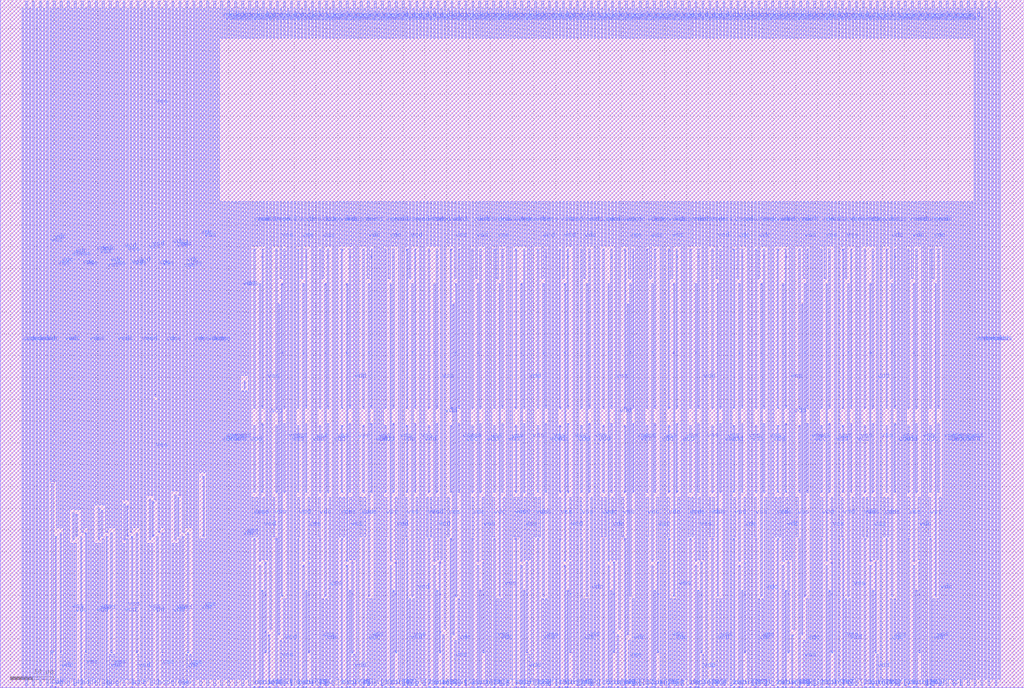
<source format=lef>
VERSION 5.8 ;
BUSBITCHARS "[]" ;
DIVIDERCHAR "/" ;

MACRO sramgen_sram_32x32m2w8_replica_v1
  CLASS BLOCK ;
  ORIGIN 52.415 146.21 ;
  FOREIGN sramgen_sram_32x32m2w8_replica_v1 -52.415 -146.21 ;
  SIZE 234.875 BY 157.925 ;
  SYMMETRY X Y R90 ;
  PIN vdd
    DIRECTION INOUT ;
    USE POWER ;
    PORT
      LAYER met3 ;
        RECT -46.6 -145.81 -46.2 11.315 ;
    END
    PORT
      LAYER met3 ;
        RECT -45 -145.81 -44.6 11.315 ;
    END
    PORT
      LAYER met3 ;
        RECT -43.4 -145.81 -43 11.315 ;
    END
    PORT
      LAYER met3 ;
        RECT -41.8 -145.81 -41.4 11.315 ;
    END
    PORT
      LAYER met3 ;
        RECT -40.2 -98.9 -39.8 11.315 ;
    END
    PORT
      LAYER met3 ;
        RECT -38.6 -109.5 -38.2 11.315 ;
    END
    PORT
      LAYER met3 ;
        RECT -38.6 -145.81 -38.2 -138.54 ;
    END
    PORT
      LAYER met3 ;
        RECT -37 -145.81 -36.6 11.315 ;
    END
    PORT
      LAYER met3 ;
        RECT -35.4 -105.26 -35 11.315 ;
    END
    PORT
      LAYER met3 ;
        RECT -35.4 -145.81 -35 -113.1 ;
    END
    PORT
      LAYER met3 ;
        RECT -33.8 -110.56 -33.4 11.315 ;
    END
    PORT
      LAYER met3 ;
        RECT -32.2 -145.81 -31.8 11.315 ;
    END
    PORT
      LAYER met3 ;
        RECT -30.6 -104.2 -30.2 11.315 ;
    END
    PORT
      LAYER met3 ;
        RECT -30.6 -145.81 -30.2 -113.1 ;
    END
    PORT
      LAYER met3 ;
        RECT -29 -104.2 -28.6 11.315 ;
    END
    PORT
      LAYER met3 ;
        RECT -29 -145.81 -28.6 -112.04 ;
    END
    PORT
      LAYER met3 ;
        RECT -27.4 -109.5 -27 11.315 ;
    END
    PORT
      LAYER met3 ;
        RECT -27.4 -145.81 -27 -138.54 ;
    END
    PORT
      LAYER met3 ;
        RECT -25.8 -145.81 -25.4 11.315 ;
    END
    PORT
      LAYER met3 ;
        RECT -24.2 -103.14 -23.8 11.315 ;
    END
    PORT
      LAYER met3 ;
        RECT -24.2 -145.81 -23.8 -113.1 ;
    END
    PORT
      LAYER met3 ;
        RECT -22.6 -110.56 -22.2 11.315 ;
    END
    PORT
      LAYER met3 ;
        RECT -21 -109.5 -20.6 11.315 ;
    END
    PORT
      LAYER met3 ;
        RECT -21 -145.81 -20.6 -138.54 ;
    END
    PORT
      LAYER met3 ;
        RECT -19.4 -145.81 -19 11.315 ;
    END
    PORT
      LAYER met3 ;
        RECT -17.8 -102.08 -17.4 11.315 ;
    END
    PORT
      LAYER met3 ;
        RECT -17.8 -145.81 -17.4 -113.1 ;
    END
    PORT
      LAYER met3 ;
        RECT -16.2 -110.56 -15.8 11.315 ;
    END
    PORT
      LAYER met3 ;
        RECT -14.6 -145.81 -14.2 11.315 ;
    END
    PORT
      LAYER met3 ;
        RECT -13 -101.02 -12.6 11.315 ;
    END
    PORT
      LAYER met3 ;
        RECT -13 -145.81 -12.6 -113.1 ;
    END
    PORT
      LAYER met3 ;
        RECT -11.4 -102.08 -11 11.315 ;
    END
    PORT
      LAYER met3 ;
        RECT -11.4 -145.81 -11 -112.04 ;
    END
    PORT
      LAYER met3 ;
        RECT -9.8 -109.5 -9.4 11.315 ;
    END
    PORT
      LAYER met3 ;
        RECT -9.8 -145.81 -9.4 -138.54 ;
    END
    PORT
      LAYER met3 ;
        RECT -8.2 -145.81 -7.8 11.315 ;
    END
    PORT
      LAYER met3 ;
        RECT -6.6 -96.78 -6.2 11.315 ;
    END
    PORT
      LAYER met3 ;
        RECT -6.6 -145.81 -6.2 -112.04 ;
    END
    PORT
      LAYER met3 ;
        RECT -5 -145.81 -4.6 11.315 ;
    END
    PORT
      LAYER met3 ;
        RECT -3.4 -145.81 -3 11.315 ;
    END
    PORT
      LAYER met3 ;
        RECT -1.8 2.86 -1.4 11.315 ;
    END
    PORT
      LAYER met3 ;
        RECT -1.8 -145.81 -1.4 -34.66 ;
    END
    PORT
      LAYER met3 ;
        RECT -0.2 2.86 0.2 11.315 ;
    END
    PORT
      LAYER met3 ;
        RECT -0.2 -145.81 0.2 -34.66 ;
    END
    PORT
      LAYER met3 ;
        RECT 1.4 2.86 1.8 11.315 ;
    END
    PORT
      LAYER met3 ;
        RECT 1.4 -145.81 1.8 -34.66 ;
    END
    PORT
      LAYER met3 ;
        RECT 3 2.86 3.4 11.315 ;
    END
    PORT
      LAYER met3 ;
        RECT 3 -74.52 3.4 -34.66 ;
    END
    PORT
      LAYER met3 ;
        RECT 3 -145.81 3.4 -78.12 ;
    END
    PORT
      LAYER met3 ;
        RECT 4.6 2.86 5 11.315 ;
    END
    PORT
      LAYER met3 ;
        RECT 4.6 -145.81 5 -34.66 ;
    END
    PORT
      LAYER met3 ;
        RECT 6.2 2.86 6.6 11.315 ;
    END
    PORT
      LAYER met3 ;
        RECT 6.2 -44.84 6.6 -34.66 ;
    END
    PORT
      LAYER met3 ;
        RECT 6.2 -111.62 6.6 -102.5 ;
    END
    PORT
      LAYER met3 ;
        RECT 7.8 2.86 8.2 11.315 ;
    END
    PORT
      LAYER met3 ;
        RECT 7.8 -44.84 8.2 -34.66 ;
    END
    PORT
      LAYER met3 ;
        RECT 7.8 -116.92 8.2 -102.5 ;
    END
    PORT
      LAYER met3 ;
        RECT 9.4 2.86 9.8 11.315 ;
    END
    PORT
      LAYER met3 ;
        RECT 9.4 -132.82 9.8 -34.66 ;
    END
    PORT
      LAYER met3 ;
        RECT 11 2.86 11.4 11.315 ;
    END
    PORT
      LAYER met3 ;
        RECT 11 -44.84 11.4 -34.66 ;
    END
    PORT
      LAYER met3 ;
        RECT 12.6 2.86 13 11.315 ;
    END
    PORT
      LAYER met3 ;
        RECT 12.6 -44.84 13 -34.66 ;
    END
    PORT
      LAYER met3 ;
        RECT 12.6 -145.81 13 -125.82 ;
    END
    PORT
      LAYER met3 ;
        RECT 14.2 2.86 14.6 11.315 ;
    END
    PORT
      LAYER met3 ;
        RECT 14.2 -145.81 14.6 -34.66 ;
    END
    PORT
      LAYER met3 ;
        RECT 15.8 2.86 16.2 11.315 ;
    END
    PORT
      LAYER met3 ;
        RECT 15.8 -44.84 16.2 -34.66 ;
    END
    PORT
      LAYER met3 ;
        RECT 15.8 -111.62 16.2 -102.5 ;
    END
    PORT
      LAYER met3 ;
        RECT 17.4 2.86 17.8 11.315 ;
    END
    PORT
      LAYER met3 ;
        RECT 17.4 -44.84 17.8 -34.66 ;
    END
    PORT
      LAYER met3 ;
        RECT 19 2.86 19.4 11.315 ;
    END
    PORT
      LAYER met3 ;
        RECT 19 -145.81 19.4 -34.66 ;
    END
    PORT
      LAYER met3 ;
        RECT 20.6 2.86 21 11.315 ;
    END
    PORT
      LAYER met3 ;
        RECT 20.6 -44.84 21 -34.66 ;
    END
    PORT
      LAYER met3 ;
        RECT 20.6 -111.62 21 -102.5 ;
    END
    PORT
      LAYER met3 ;
        RECT 22.2 2.86 22.6 11.315 ;
    END
    PORT
      LAYER met3 ;
        RECT 22.2 -44.84 22.6 -34.66 ;
    END
    PORT
      LAYER met3 ;
        RECT 22.2 -145.81 22.6 -125.82 ;
    END
    PORT
      LAYER met3 ;
        RECT 23.8 2.86 24.2 11.315 ;
    END
    PORT
      LAYER met3 ;
        RECT 23.8 -145.81 24.2 -34.66 ;
    END
    PORT
      LAYER met3 ;
        RECT 25.4 2.86 25.8 11.315 ;
    END
    PORT
      LAYER met3 ;
        RECT 25.4 -44.84 25.8 -34.66 ;
    END
    PORT
      LAYER met3 ;
        RECT 25.4 -111.62 25.8 -102.5 ;
    END
    PORT
      LAYER met3 ;
        RECT 27 2.86 27.4 11.315 ;
    END
    PORT
      LAYER met3 ;
        RECT 27 -44.84 27.4 -34.66 ;
    END
    PORT
      LAYER met3 ;
        RECT 28.6 2.86 29 11.315 ;
    END
    PORT
      LAYER met3 ;
        RECT 28.6 -116.92 29 -34.66 ;
    END
    PORT
      LAYER met3 ;
        RECT 28.6 -145.81 29 -138.54 ;
    END
    PORT
      LAYER met3 ;
        RECT 30.2 2.86 30.6 11.315 ;
    END
    PORT
      LAYER met3 ;
        RECT 30.2 -44.84 30.6 -34.66 ;
    END
    PORT
      LAYER met3 ;
        RECT 30.2 -111.62 30.6 -102.5 ;
    END
    PORT
      LAYER met3 ;
        RECT 31.8 2.86 32.2 11.315 ;
    END
    PORT
      LAYER met3 ;
        RECT 31.8 -52.26 32.2 -34.66 ;
    END
    PORT
      LAYER met3 ;
        RECT 31.8 -145.81 32.2 -125.82 ;
    END
    PORT
      LAYER met3 ;
        RECT 33.4 2.86 33.8 11.315 ;
    END
    PORT
      LAYER met3 ;
        RECT 33.4 -145.81 33.8 -34.66 ;
    END
    PORT
      LAYER met3 ;
        RECT 35 2.86 35.4 11.315 ;
    END
    PORT
      LAYER met3 ;
        RECT 35 -145.81 35.4 -34.66 ;
    END
    PORT
      LAYER met3 ;
        RECT 36.6 2.86 37 11.315 ;
    END
    PORT
      LAYER met3 ;
        RECT 36.6 -52.26 37 -34.66 ;
    END
    PORT
      LAYER met3 ;
        RECT 38.2 2.86 38.6 11.315 ;
    END
    PORT
      LAYER met3 ;
        RECT 38.2 -44.84 38.6 -34.66 ;
    END
    PORT
      LAYER met3 ;
        RECT 38.2 -116.92 38.6 -102.5 ;
    END
    PORT
      LAYER met3 ;
        RECT 39.8 2.86 40.2 11.315 ;
    END
    PORT
      LAYER met3 ;
        RECT 39.8 -145.81 40.2 -34.66 ;
    END
    PORT
      LAYER met3 ;
        RECT 41.4 2.86 41.8 11.315 ;
    END
    PORT
      LAYER met3 ;
        RECT 41.4 -52.26 41.8 -34.66 ;
    END
    PORT
      LAYER met3 ;
        RECT 41.4 -145.81 41.8 -125.82 ;
    END
    PORT
      LAYER met3 ;
        RECT 43 2.86 43.4 11.315 ;
    END
    PORT
      LAYER met3 ;
        RECT 43 -44.84 43.4 -34.66 ;
    END
    PORT
      LAYER met3 ;
        RECT 43 -145.81 43.4 -102.5 ;
    END
    PORT
      LAYER met3 ;
        RECT 44.6 2.86 45 11.315 ;
    END
    PORT
      LAYER met3 ;
        RECT 44.6 -145.81 45 -34.66 ;
    END
    PORT
      LAYER met3 ;
        RECT 46.2 2.86 46.6 11.315 ;
    END
    PORT
      LAYER met3 ;
        RECT 46.2 -44.84 46.6 -34.66 ;
    END
    PORT
      LAYER met3 ;
        RECT 46.2 -111.62 46.6 -102.5 ;
    END
    PORT
      LAYER met3 ;
        RECT 47.8 2.86 48.2 11.315 ;
    END
    PORT
      LAYER met3 ;
        RECT 47.8 -44.84 48.2 -34.66 ;
    END
    PORT
      LAYER met3 ;
        RECT 47.8 -116.92 48.2 -102.5 ;
    END
    PORT
      LAYER met3 ;
        RECT 49.4 2.86 49.8 11.315 ;
    END
    PORT
      LAYER met3 ;
        RECT 49.4 -132.82 49.8 -34.66 ;
    END
    PORT
      LAYER met3 ;
        RECT 51 2.86 51.4 11.315 ;
    END
    PORT
      LAYER met3 ;
        RECT 51 -44.84 51.4 -34.66 ;
    END
    PORT
      LAYER met3 ;
        RECT 52.6 2.86 53 11.315 ;
    END
    PORT
      LAYER met3 ;
        RECT 52.6 -44.84 53 -34.66 ;
    END
    PORT
      LAYER met3 ;
        RECT 52.6 -145.81 53 -125.82 ;
    END
    PORT
      LAYER met3 ;
        RECT 54.2 2.86 54.6 11.315 ;
    END
    PORT
      LAYER met3 ;
        RECT 54.2 -145.81 54.6 -34.66 ;
    END
    PORT
      LAYER met3 ;
        RECT 55.8 2.86 56.2 11.315 ;
    END
    PORT
      LAYER met3 ;
        RECT 55.8 -44.84 56.2 -34.66 ;
    END
    PORT
      LAYER met3 ;
        RECT 55.8 -111.62 56.2 -102.5 ;
    END
    PORT
      LAYER met3 ;
        RECT 57.4 2.86 57.8 11.315 ;
    END
    PORT
      LAYER met3 ;
        RECT 57.4 -44.84 57.8 -34.66 ;
    END
    PORT
      LAYER met3 ;
        RECT 59 2.86 59.4 11.315 ;
    END
    PORT
      LAYER met3 ;
        RECT 59 -145.81 59.4 -34.66 ;
    END
    PORT
      LAYER met3 ;
        RECT 60.6 2.86 61 11.315 ;
    END
    PORT
      LAYER met3 ;
        RECT 60.6 -44.84 61 -34.66 ;
    END
    PORT
      LAYER met3 ;
        RECT 60.6 -111.62 61 -102.5 ;
    END
    PORT
      LAYER met3 ;
        RECT 62.2 2.86 62.6 11.315 ;
    END
    PORT
      LAYER met3 ;
        RECT 62.2 -44.84 62.6 -34.66 ;
    END
    PORT
      LAYER met3 ;
        RECT 62.2 -145.81 62.6 -125.82 ;
    END
    PORT
      LAYER met3 ;
        RECT 63.8 2.86 64.2 11.315 ;
    END
    PORT
      LAYER met3 ;
        RECT 63.8 -145.81 64.2 -34.66 ;
    END
    PORT
      LAYER met3 ;
        RECT 65.4 2.86 65.8 11.315 ;
    END
    PORT
      LAYER met3 ;
        RECT 65.4 -44.84 65.8 -34.66 ;
    END
    PORT
      LAYER met3 ;
        RECT 65.4 -111.62 65.8 -102.5 ;
    END
    PORT
      LAYER met3 ;
        RECT 67 2.86 67.4 11.315 ;
    END
    PORT
      LAYER met3 ;
        RECT 67 -44.84 67.4 -34.66 ;
    END
    PORT
      LAYER met3 ;
        RECT 68.6 2.86 69 11.315 ;
    END
    PORT
      LAYER met3 ;
        RECT 68.6 -116.92 69 -34.66 ;
    END
    PORT
      LAYER met3 ;
        RECT 68.6 -145.81 69 -138.54 ;
    END
    PORT
      LAYER met3 ;
        RECT 70.2 2.86 70.6 11.315 ;
    END
    PORT
      LAYER met3 ;
        RECT 70.2 -44.84 70.6 -34.66 ;
    END
    PORT
      LAYER met3 ;
        RECT 70.2 -111.62 70.6 -102.5 ;
    END
    PORT
      LAYER met3 ;
        RECT 71.8 2.86 72.2 11.315 ;
    END
    PORT
      LAYER met3 ;
        RECT 71.8 -52.26 72.2 -34.66 ;
    END
    PORT
      LAYER met3 ;
        RECT 71.8 -145.81 72.2 -125.82 ;
    END
    PORT
      LAYER met3 ;
        RECT 73.4 2.86 73.8 11.315 ;
    END
    PORT
      LAYER met3 ;
        RECT 73.4 -145.81 73.8 -34.66 ;
    END
    PORT
      LAYER met3 ;
        RECT 75 2.86 75.4 11.315 ;
    END
    PORT
      LAYER met3 ;
        RECT 75 -145.81 75.4 -34.66 ;
    END
    PORT
      LAYER met3 ;
        RECT 76.6 2.86 77 11.315 ;
    END
    PORT
      LAYER met3 ;
        RECT 76.6 -52.26 77 -34.66 ;
    END
    PORT
      LAYER met3 ;
        RECT 78.2 2.86 78.6 11.315 ;
    END
    PORT
      LAYER met3 ;
        RECT 78.2 -44.84 78.6 -34.66 ;
    END
    PORT
      LAYER met3 ;
        RECT 78.2 -116.92 78.6 -102.5 ;
    END
    PORT
      LAYER met3 ;
        RECT 79.8 2.86 80.2 11.315 ;
    END
    PORT
      LAYER met3 ;
        RECT 79.8 -145.81 80.2 -34.66 ;
    END
    PORT
      LAYER met3 ;
        RECT 81.4 2.86 81.8 11.315 ;
    END
    PORT
      LAYER met3 ;
        RECT 81.4 -52.26 81.8 -34.66 ;
    END
    PORT
      LAYER met3 ;
        RECT 81.4 -145.81 81.8 -125.82 ;
    END
    PORT
      LAYER met3 ;
        RECT 83 2.86 83.4 11.315 ;
    END
    PORT
      LAYER met3 ;
        RECT 83 -44.84 83.4 -34.66 ;
    END
    PORT
      LAYER met3 ;
        RECT 83 -145.81 83.4 -102.5 ;
    END
    PORT
      LAYER met3 ;
        RECT 84.6 2.86 85 11.315 ;
    END
    PORT
      LAYER met3 ;
        RECT 84.6 -145.81 85 -34.66 ;
    END
    PORT
      LAYER met3 ;
        RECT 86.2 2.86 86.6 11.315 ;
    END
    PORT
      LAYER met3 ;
        RECT 86.2 -44.84 86.6 -34.66 ;
    END
    PORT
      LAYER met3 ;
        RECT 86.2 -111.62 86.6 -102.5 ;
    END
    PORT
      LAYER met3 ;
        RECT 87.8 2.86 88.2 11.315 ;
    END
    PORT
      LAYER met3 ;
        RECT 87.8 -44.84 88.2 -34.66 ;
    END
    PORT
      LAYER met3 ;
        RECT 87.8 -116.92 88.2 -102.5 ;
    END
    PORT
      LAYER met3 ;
        RECT 89.4 2.86 89.8 11.315 ;
    END
    PORT
      LAYER met3 ;
        RECT 89.4 -132.82 89.8 -34.66 ;
    END
    PORT
      LAYER met3 ;
        RECT 91 2.86 91.4 11.315 ;
    END
    PORT
      LAYER met3 ;
        RECT 91 -44.84 91.4 -34.66 ;
    END
    PORT
      LAYER met3 ;
        RECT 92.6 2.86 93 11.315 ;
    END
    PORT
      LAYER met3 ;
        RECT 92.6 -44.84 93 -34.66 ;
    END
    PORT
      LAYER met3 ;
        RECT 92.6 -145.81 93 -125.82 ;
    END
    PORT
      LAYER met3 ;
        RECT 94.2 2.86 94.6 11.315 ;
    END
    PORT
      LAYER met3 ;
        RECT 94.2 -145.81 94.6 -34.66 ;
    END
    PORT
      LAYER met3 ;
        RECT 95.8 2.86 96.2 11.315 ;
    END
    PORT
      LAYER met3 ;
        RECT 95.8 -44.84 96.2 -34.66 ;
    END
    PORT
      LAYER met3 ;
        RECT 95.8 -111.62 96.2 -102.5 ;
    END
    PORT
      LAYER met3 ;
        RECT 97.4 2.86 97.8 11.315 ;
    END
    PORT
      LAYER met3 ;
        RECT 97.4 -44.84 97.8 -34.66 ;
    END
    PORT
      LAYER met3 ;
        RECT 99 2.86 99.4 11.315 ;
    END
    PORT
      LAYER met3 ;
        RECT 99 -145.81 99.4 -34.66 ;
    END
    PORT
      LAYER met3 ;
        RECT 100.6 2.86 101 11.315 ;
    END
    PORT
      LAYER met3 ;
        RECT 100.6 -44.84 101 -34.66 ;
    END
    PORT
      LAYER met3 ;
        RECT 100.6 -111.62 101 -102.5 ;
    END
    PORT
      LAYER met3 ;
        RECT 102.2 2.86 102.6 11.315 ;
    END
    PORT
      LAYER met3 ;
        RECT 102.2 -44.84 102.6 -34.66 ;
    END
    PORT
      LAYER met3 ;
        RECT 102.2 -145.81 102.6 -125.82 ;
    END
    PORT
      LAYER met3 ;
        RECT 103.8 2.86 104.2 11.315 ;
    END
    PORT
      LAYER met3 ;
        RECT 103.8 -145.81 104.2 -34.66 ;
    END
    PORT
      LAYER met3 ;
        RECT 105.4 2.86 105.8 11.315 ;
    END
    PORT
      LAYER met3 ;
        RECT 105.4 -44.84 105.8 -34.66 ;
    END
    PORT
      LAYER met3 ;
        RECT 105.4 -111.62 105.8 -102.5 ;
    END
    PORT
      LAYER met3 ;
        RECT 107 2.86 107.4 11.315 ;
    END
    PORT
      LAYER met3 ;
        RECT 107 -44.84 107.4 -34.66 ;
    END
    PORT
      LAYER met3 ;
        RECT 108.6 2.86 109 11.315 ;
    END
    PORT
      LAYER met3 ;
        RECT 108.6 -116.92 109 -34.66 ;
    END
    PORT
      LAYER met3 ;
        RECT 108.6 -145.81 109 -138.54 ;
    END
    PORT
      LAYER met3 ;
        RECT 110.2 2.86 110.6 11.315 ;
    END
    PORT
      LAYER met3 ;
        RECT 110.2 -44.84 110.6 -34.66 ;
    END
    PORT
      LAYER met3 ;
        RECT 110.2 -111.62 110.6 -102.5 ;
    END
    PORT
      LAYER met3 ;
        RECT 111.8 2.86 112.2 11.315 ;
    END
    PORT
      LAYER met3 ;
        RECT 111.8 -52.26 112.2 -34.66 ;
    END
    PORT
      LAYER met3 ;
        RECT 111.8 -145.81 112.2 -125.82 ;
    END
    PORT
      LAYER met3 ;
        RECT 113.4 2.86 113.8 11.315 ;
    END
    PORT
      LAYER met3 ;
        RECT 113.4 -145.81 113.8 -34.66 ;
    END
    PORT
      LAYER met3 ;
        RECT 115 2.86 115.4 11.315 ;
    END
    PORT
      LAYER met3 ;
        RECT 115 -145.81 115.4 -34.66 ;
    END
    PORT
      LAYER met3 ;
        RECT 116.6 2.86 117 11.315 ;
    END
    PORT
      LAYER met3 ;
        RECT 116.6 -52.26 117 -34.66 ;
    END
    PORT
      LAYER met3 ;
        RECT 118.2 2.86 118.6 11.315 ;
    END
    PORT
      LAYER met3 ;
        RECT 118.2 -44.84 118.6 -34.66 ;
    END
    PORT
      LAYER met3 ;
        RECT 118.2 -116.92 118.6 -102.5 ;
    END
    PORT
      LAYER met3 ;
        RECT 119.8 2.86 120.2 11.315 ;
    END
    PORT
      LAYER met3 ;
        RECT 119.8 -145.81 120.2 -34.66 ;
    END
    PORT
      LAYER met3 ;
        RECT 121.4 2.86 121.8 11.315 ;
    END
    PORT
      LAYER met3 ;
        RECT 121.4 -52.26 121.8 -34.66 ;
    END
    PORT
      LAYER met3 ;
        RECT 121.4 -145.81 121.8 -125.82 ;
    END
    PORT
      LAYER met3 ;
        RECT 123 2.86 123.4 11.315 ;
    END
    PORT
      LAYER met3 ;
        RECT 123 -44.84 123.4 -34.66 ;
    END
    PORT
      LAYER met3 ;
        RECT 123 -145.81 123.4 -102.5 ;
    END
    PORT
      LAYER met3 ;
        RECT 124.6 2.86 125 11.315 ;
    END
    PORT
      LAYER met3 ;
        RECT 124.6 -145.81 125 -34.66 ;
    END
    PORT
      LAYER met3 ;
        RECT 126.2 2.86 126.6 11.315 ;
    END
    PORT
      LAYER met3 ;
        RECT 126.2 -44.84 126.6 -34.66 ;
    END
    PORT
      LAYER met3 ;
        RECT 126.2 -111.62 126.6 -102.5 ;
    END
    PORT
      LAYER met3 ;
        RECT 127.8 2.86 128.2 11.315 ;
    END
    PORT
      LAYER met3 ;
        RECT 127.8 -44.84 128.2 -34.66 ;
    END
    PORT
      LAYER met3 ;
        RECT 127.8 -116.92 128.2 -102.5 ;
    END
    PORT
      LAYER met3 ;
        RECT 129.4 2.86 129.8 11.315 ;
    END
    PORT
      LAYER met3 ;
        RECT 129.4 -132.82 129.8 -34.66 ;
    END
    PORT
      LAYER met3 ;
        RECT 131 2.86 131.4 11.315 ;
    END
    PORT
      LAYER met3 ;
        RECT 131 -44.84 131.4 -34.66 ;
    END
    PORT
      LAYER met3 ;
        RECT 132.6 2.86 133 11.315 ;
    END
    PORT
      LAYER met3 ;
        RECT 132.6 -44.84 133 -34.66 ;
    END
    PORT
      LAYER met3 ;
        RECT 132.6 -145.81 133 -125.82 ;
    END
    PORT
      LAYER met3 ;
        RECT 134.2 2.86 134.6 11.315 ;
    END
    PORT
      LAYER met3 ;
        RECT 134.2 -145.81 134.6 -34.66 ;
    END
    PORT
      LAYER met3 ;
        RECT 135.8 2.86 136.2 11.315 ;
    END
    PORT
      LAYER met3 ;
        RECT 135.8 -44.84 136.2 -34.66 ;
    END
    PORT
      LAYER met3 ;
        RECT 135.8 -111.62 136.2 -102.5 ;
    END
    PORT
      LAYER met3 ;
        RECT 137.4 2.86 137.8 11.315 ;
    END
    PORT
      LAYER met3 ;
        RECT 137.4 -44.84 137.8 -34.66 ;
    END
    PORT
      LAYER met3 ;
        RECT 139 2.86 139.4 11.315 ;
    END
    PORT
      LAYER met3 ;
        RECT 139 -145.81 139.4 -34.66 ;
    END
    PORT
      LAYER met3 ;
        RECT 140.6 2.86 141 11.315 ;
    END
    PORT
      LAYER met3 ;
        RECT 140.6 -44.84 141 -34.66 ;
    END
    PORT
      LAYER met3 ;
        RECT 140.6 -111.62 141 -102.5 ;
    END
    PORT
      LAYER met3 ;
        RECT 142.2 2.86 142.6 11.315 ;
    END
    PORT
      LAYER met3 ;
        RECT 142.2 -44.84 142.6 -34.66 ;
    END
    PORT
      LAYER met3 ;
        RECT 142.2 -145.81 142.6 -125.82 ;
    END
    PORT
      LAYER met3 ;
        RECT 143.8 2.86 144.2 11.315 ;
    END
    PORT
      LAYER met3 ;
        RECT 143.8 -145.81 144.2 -34.66 ;
    END
    PORT
      LAYER met3 ;
        RECT 145.4 2.86 145.8 11.315 ;
    END
    PORT
      LAYER met3 ;
        RECT 145.4 -44.84 145.8 -34.66 ;
    END
    PORT
      LAYER met3 ;
        RECT 145.4 -111.62 145.8 -102.5 ;
    END
    PORT
      LAYER met3 ;
        RECT 147 2.86 147.4 11.315 ;
    END
    PORT
      LAYER met3 ;
        RECT 147 -44.84 147.4 -34.66 ;
    END
    PORT
      LAYER met3 ;
        RECT 148.6 2.86 149 11.315 ;
    END
    PORT
      LAYER met3 ;
        RECT 148.6 -116.92 149 -34.66 ;
    END
    PORT
      LAYER met3 ;
        RECT 148.6 -145.81 149 -138.54 ;
    END
    PORT
      LAYER met3 ;
        RECT 150.2 2.86 150.6 11.315 ;
    END
    PORT
      LAYER met3 ;
        RECT 150.2 -44.84 150.6 -34.66 ;
    END
    PORT
      LAYER met3 ;
        RECT 150.2 -111.62 150.6 -102.5 ;
    END
    PORT
      LAYER met3 ;
        RECT 151.8 2.86 152.2 11.315 ;
    END
    PORT
      LAYER met3 ;
        RECT 151.8 -52.26 152.2 -34.66 ;
    END
    PORT
      LAYER met3 ;
        RECT 151.8 -145.81 152.2 -125.82 ;
    END
    PORT
      LAYER met3 ;
        RECT 153.4 2.86 153.8 11.315 ;
    END
    PORT
      LAYER met3 ;
        RECT 153.4 -145.81 153.8 -34.66 ;
    END
    PORT
      LAYER met3 ;
        RECT 155 2.86 155.4 11.315 ;
    END
    PORT
      LAYER met3 ;
        RECT 155 -145.81 155.4 -34.66 ;
    END
    PORT
      LAYER met3 ;
        RECT 156.6 2.86 157 11.315 ;
    END
    PORT
      LAYER met3 ;
        RECT 156.6 -52.26 157 -34.66 ;
    END
    PORT
      LAYER met3 ;
        RECT 158.2 2.86 158.6 11.315 ;
    END
    PORT
      LAYER met3 ;
        RECT 158.2 -44.84 158.6 -34.66 ;
    END
    PORT
      LAYER met3 ;
        RECT 158.2 -116.92 158.6 -102.5 ;
    END
    PORT
      LAYER met3 ;
        RECT 159.8 2.86 160.2 11.315 ;
    END
    PORT
      LAYER met3 ;
        RECT 159.8 -145.81 160.2 -34.66 ;
    END
    PORT
      LAYER met3 ;
        RECT 161.4 2.86 161.8 11.315 ;
    END
    PORT
      LAYER met3 ;
        RECT 161.4 -52.26 161.8 -34.66 ;
    END
    PORT
      LAYER met3 ;
        RECT 161.4 -145.81 161.8 -125.82 ;
    END
    PORT
      LAYER met3 ;
        RECT 163 2.86 163.4 11.315 ;
    END
    PORT
      LAYER met3 ;
        RECT 163 -44.84 163.4 -34.66 ;
    END
    PORT
      LAYER met3 ;
        RECT 163 -145.81 163.4 -102.5 ;
    END
    PORT
      LAYER met3 ;
        RECT 164.6 2.86 165 11.315 ;
    END
    PORT
      LAYER met3 ;
        RECT 164.6 -145.81 165 -34.66 ;
    END
    PORT
      LAYER met3 ;
        RECT 166.2 2.86 166.6 11.315 ;
    END
    PORT
      LAYER met3 ;
        RECT 166.2 -145.81 166.6 -34.66 ;
    END
    PORT
      LAYER met3 ;
        RECT 167.8 2.86 168.2 11.315 ;
    END
    PORT
      LAYER met3 ;
        RECT 167.8 -145.81 168.2 -34.66 ;
    END
    PORT
      LAYER met3 ;
        RECT 169.4 2.86 169.8 11.315 ;
    END
    PORT
      LAYER met3 ;
        RECT 169.4 -145.81 169.8 -34.66 ;
    END
    PORT
      LAYER met3 ;
        RECT 171 -145.81 171.4 11.315 ;
    END
    PORT
      LAYER met3 ;
        RECT 172.6 -145.81 173 11.315 ;
    END
    PORT
      LAYER met3 ;
        RECT 174.2 -145.81 174.6 11.315 ;
    END
    PORT
      LAYER met3 ;
        RECT 175.8 -145.81 176.2 11.315 ;
    END
  END vdd
  PIN vss
    DIRECTION INOUT ;
    USE GROUND ;
    PORT
      LAYER met3 ;
        RECT -47.4 -144.27 -47 9.775 ;
    END
    PORT
      LAYER met3 ;
        RECT -45.8 -144.27 -45.4 9.775 ;
    END
    PORT
      LAYER met3 ;
        RECT -44.2 -144.27 -43.8 9.775 ;
    END
    PORT
      LAYER met3 ;
        RECT -42.6 -144.27 -42.2 9.775 ;
    END
    PORT
      LAYER met3 ;
        RECT -41 -98.9 -40.6 9.775 ;
    END
    PORT
      LAYER met3 ;
        RECT -39.4 -109.5 -39 9.775 ;
    END
    PORT
      LAYER met3 ;
        RECT -37.8 -144.27 -37.4 9.775 ;
    END
    PORT
      LAYER met3 ;
        RECT -36.2 -105.26 -35.8 9.775 ;
    END
    PORT
      LAYER met3 ;
        RECT -36.2 -144.27 -35.8 -113.1 ;
    END
    PORT
      LAYER met3 ;
        RECT -34.6 -105.26 -34.2 9.775 ;
    END
    PORT
      LAYER met3 ;
        RECT -33 -109.5 -32.6 9.775 ;
    END
    PORT
      LAYER met3 ;
        RECT -33 -144.27 -32.6 -138.54 ;
    END
    PORT
      LAYER met3 ;
        RECT -31.4 -144.27 -31 9.775 ;
    END
    PORT
      LAYER met3 ;
        RECT -29.8 -104.2 -29.4 9.775 ;
    END
    PORT
      LAYER met3 ;
        RECT -29.8 -144.27 -29.4 -113.1 ;
    END
    PORT
      LAYER met3 ;
        RECT -28.2 -110.56 -27.8 9.775 ;
    END
    PORT
      LAYER met3 ;
        RECT -26.6 -109.5 -26.2 9.775 ;
    END
    PORT
      LAYER met3 ;
        RECT -26.6 -144.27 -26.2 -138.54 ;
    END
    PORT
      LAYER met3 ;
        RECT -25 -144.27 -24.6 9.775 ;
    END
    PORT
      LAYER met3 ;
        RECT -23.4 -103.14 -23 9.775 ;
    END
    PORT
      LAYER met3 ;
        RECT -23.4 -144.27 -23 -112.04 ;
    END
    PORT
      LAYER met3 ;
        RECT -21.8 -109.5 -21.4 9.775 ;
    END
    PORT
      LAYER met3 ;
        RECT -20.2 -144.27 -19.8 9.775 ;
    END
    PORT
      LAYER met3 ;
        RECT -18.6 -102.08 -18.2 9.775 ;
    END
    PORT
      LAYER met3 ;
        RECT -18.6 -144.27 -18.2 -113.1 ;
    END
    PORT
      LAYER met3 ;
        RECT -17 -35.3 -16.6 9.775 ;
    END
    PORT
      LAYER met3 ;
        RECT -17 -103.14 -16.6 -80.24 ;
    END
    PORT
      LAYER met3 ;
        RECT -15.4 -109.5 -15 9.775 ;
    END
    PORT
      LAYER met3 ;
        RECT -15.4 -144.27 -15 -138.54 ;
    END
    PORT
      LAYER met3 ;
        RECT -13.8 -144.27 -13.4 9.775 ;
    END
    PORT
      LAYER met3 ;
        RECT -12.2 -101.02 -11.8 9.775 ;
    END
    PORT
      LAYER met3 ;
        RECT -12.2 -144.27 -11.8 -113.1 ;
    END
    PORT
      LAYER met3 ;
        RECT -10.6 -110.56 -10.2 9.775 ;
    END
    PORT
      LAYER met3 ;
        RECT -9 -109.5 -8.6 9.775 ;
    END
    PORT
      LAYER met3 ;
        RECT -9 -144.27 -8.6 -138.54 ;
    END
    PORT
      LAYER met3 ;
        RECT -7.4 -144.27 -7 9.775 ;
    END
    PORT
      LAYER met3 ;
        RECT -5.8 -96.78 -5.4 9.775 ;
    END
    PORT
      LAYER met3 ;
        RECT -5.8 -144.27 -5.4 -112.04 ;
    END
    PORT
      LAYER met3 ;
        RECT -4.2 -144.27 -3.8 9.775 ;
    END
    PORT
      LAYER met3 ;
        RECT -2.6 -144.27 -2.2 9.775 ;
    END
    PORT
      LAYER met3 ;
        RECT -1 2.86 -0.6 9.775 ;
    END
    PORT
      LAYER met3 ;
        RECT -1 -144.27 -0.6 -34.66 ;
    END
    PORT
      LAYER met3 ;
        RECT 0.6 2.86 1 9.775 ;
    END
    PORT
      LAYER met3 ;
        RECT 0.6 -144.27 1 -34.66 ;
    END
    PORT
      LAYER met3 ;
        RECT 2.2 2.86 2.6 9.775 ;
    END
    PORT
      LAYER met3 ;
        RECT 2.2 -144.27 2.6 -34.66 ;
    END
    PORT
      LAYER met3 ;
        RECT 3.8 2.86 4.2 9.775 ;
    END
    PORT
      LAYER met3 ;
        RECT 3.8 -74.52 4.2 -34.66 ;
    END
    PORT
      LAYER met3 ;
        RECT 3.8 -144.27 4.2 -78.12 ;
    END
    PORT
      LAYER met3 ;
        RECT 5.4 2.86 5.8 9.775 ;
    END
    PORT
      LAYER met3 ;
        RECT 5.4 -44.84 5.8 -34.66 ;
    END
    PORT
      LAYER met3 ;
        RECT 5.4 -111.62 5.8 -102.5 ;
    END
    PORT
      LAYER met3 ;
        RECT 7 2.86 7.4 9.775 ;
    END
    PORT
      LAYER met3 ;
        RECT 7 -44.84 7.4 -34.66 ;
    END
    PORT
      LAYER met3 ;
        RECT 8.6 2.86 9 9.775 ;
    END
    PORT
      LAYER met3 ;
        RECT 8.6 -116.92 9 -34.66 ;
    END
    PORT
      LAYER met3 ;
        RECT 10.2 2.86 10.6 9.775 ;
    END
    PORT
      LAYER met3 ;
        RECT 10.2 -44.84 10.6 -34.66 ;
    END
    PORT
      LAYER met3 ;
        RECT 10.2 -111.62 10.6 -102.5 ;
    END
    PORT
      LAYER met3 ;
        RECT 11.8 2.86 12.2 9.775 ;
    END
    PORT
      LAYER met3 ;
        RECT 11.8 -52.26 12.2 -34.66 ;
    END
    PORT
      LAYER met3 ;
        RECT 11.8 -144.27 12.2 -135.36 ;
    END
    PORT
      LAYER met3 ;
        RECT 13.4 2.86 13.8 9.775 ;
    END
    PORT
      LAYER met3 ;
        RECT 13.4 -144.27 13.8 -34.66 ;
    END
    PORT
      LAYER met3 ;
        RECT 15 2.86 15.4 9.775 ;
    END
    PORT
      LAYER met3 ;
        RECT 15 -144.27 15.4 -34.66 ;
    END
    PORT
      LAYER met3 ;
        RECT 16.6 2.86 17 9.775 ;
    END
    PORT
      LAYER met3 ;
        RECT 16.6 -52.26 17 -34.66 ;
    END
    PORT
      LAYER met3 ;
        RECT 18.2 2.86 18.6 9.775 ;
    END
    PORT
      LAYER met3 ;
        RECT 18.2 -44.84 18.6 -34.66 ;
    END
    PORT
      LAYER met3 ;
        RECT 18.2 -116.92 18.6 -102.5 ;
    END
    PORT
      LAYER met3 ;
        RECT 19.8 2.86 20.2 9.775 ;
    END
    PORT
      LAYER met3 ;
        RECT 19.8 -144.27 20.2 -34.66 ;
    END
    PORT
      LAYER met3 ;
        RECT 21.4 2.86 21.8 9.775 ;
    END
    PORT
      LAYER met3 ;
        RECT 21.4 -52.26 21.8 -34.66 ;
    END
    PORT
      LAYER met3 ;
        RECT 21.4 -144.27 21.8 -125.82 ;
    END
    PORT
      LAYER met3 ;
        RECT 23 2.86 23.4 9.775 ;
    END
    PORT
      LAYER met3 ;
        RECT 23 -44.84 23.4 -34.66 ;
    END
    PORT
      LAYER met3 ;
        RECT 23 -144.27 23.4 -102.5 ;
    END
    PORT
      LAYER met3 ;
        RECT 24.6 2.86 25 9.775 ;
    END
    PORT
      LAYER met3 ;
        RECT 24.6 -144.27 25 -34.66 ;
    END
    PORT
      LAYER met3 ;
        RECT 26.2 2.86 26.6 9.775 ;
    END
    PORT
      LAYER met3 ;
        RECT 26.2 -44.84 26.6 -34.66 ;
    END
    PORT
      LAYER met3 ;
        RECT 26.2 -111.62 26.6 -102.5 ;
    END
    PORT
      LAYER met3 ;
        RECT 27.8 2.86 28.2 9.775 ;
    END
    PORT
      LAYER met3 ;
        RECT 27.8 -44.84 28.2 -34.66 ;
    END
    PORT
      LAYER met3 ;
        RECT 27.8 -116.92 28.2 -102.5 ;
    END
    PORT
      LAYER met3 ;
        RECT 29.4 2.86 29.8 9.775 ;
    END
    PORT
      LAYER met3 ;
        RECT 29.4 -144.27 29.8 -34.66 ;
    END
    PORT
      LAYER met3 ;
        RECT 31 2.86 31.4 9.775 ;
    END
    PORT
      LAYER met3 ;
        RECT 31 -44.84 31.4 -34.66 ;
    END
    PORT
      LAYER met3 ;
        RECT 31 -111.62 31.4 -102.5 ;
    END
    PORT
      LAYER met3 ;
        RECT 32.6 2.86 33 9.775 ;
    END
    PORT
      LAYER met3 ;
        RECT 32.6 -44.84 33 -34.66 ;
    END
    PORT
      LAYER met3 ;
        RECT 32.6 -144.27 33 -125.82 ;
    END
    PORT
      LAYER met3 ;
        RECT 34.2 2.86 34.6 9.775 ;
    END
    PORT
      LAYER met3 ;
        RECT 34.2 -144.27 34.6 -34.66 ;
    END
    PORT
      LAYER met3 ;
        RECT 35.8 2.86 36.2 9.775 ;
    END
    PORT
      LAYER met3 ;
        RECT 35.8 -44.84 36.2 -34.66 ;
    END
    PORT
      LAYER met3 ;
        RECT 35.8 -111.62 36.2 -102.5 ;
    END
    PORT
      LAYER met3 ;
        RECT 37.4 2.86 37.8 9.775 ;
    END
    PORT
      LAYER met3 ;
        RECT 37.4 -44.84 37.8 -34.66 ;
    END
    PORT
      LAYER met3 ;
        RECT 39 2.86 39.4 9.775 ;
    END
    PORT
      LAYER met3 ;
        RECT 39 -144.27 39.4 -34.66 ;
    END
    PORT
      LAYER met3 ;
        RECT 40.6 2.86 41 9.775 ;
    END
    PORT
      LAYER met3 ;
        RECT 40.6 -44.84 41 -34.66 ;
    END
    PORT
      LAYER met3 ;
        RECT 40.6 -111.62 41 -102.5 ;
    END
    PORT
      LAYER met3 ;
        RECT 42.2 2.86 42.6 9.775 ;
    END
    PORT
      LAYER met3 ;
        RECT 42.2 -44.84 42.6 -34.66 ;
    END
    PORT
      LAYER met3 ;
        RECT 42.2 -144.27 42.6 -125.82 ;
    END
    PORT
      LAYER met3 ;
        RECT 43.8 2.86 44.2 9.775 ;
    END
    PORT
      LAYER met3 ;
        RECT 43.8 -144.27 44.2 -34.66 ;
    END
    PORT
      LAYER met3 ;
        RECT 45.4 2.86 45.8 9.775 ;
    END
    PORT
      LAYER met3 ;
        RECT 45.4 -44.84 45.8 -34.66 ;
    END
    PORT
      LAYER met3 ;
        RECT 45.4 -111.62 45.8 -102.5 ;
    END
    PORT
      LAYER met3 ;
        RECT 47 2.86 47.4 9.775 ;
    END
    PORT
      LAYER met3 ;
        RECT 47 -44.84 47.4 -34.66 ;
    END
    PORT
      LAYER met3 ;
        RECT 48.6 2.86 49 9.775 ;
    END
    PORT
      LAYER met3 ;
        RECT 48.6 -116.92 49 -34.66 ;
    END
    PORT
      LAYER met3 ;
        RECT 50.2 2.86 50.6 9.775 ;
    END
    PORT
      LAYER met3 ;
        RECT 50.2 -44.84 50.6 -34.66 ;
    END
    PORT
      LAYER met3 ;
        RECT 50.2 -111.62 50.6 -102.5 ;
    END
    PORT
      LAYER met3 ;
        RECT 51.8 2.86 52.2 9.775 ;
    END
    PORT
      LAYER met3 ;
        RECT 51.8 -52.26 52.2 -34.66 ;
    END
    PORT
      LAYER met3 ;
        RECT 51.8 -144.27 52.2 -135.36 ;
    END
    PORT
      LAYER met3 ;
        RECT 53.4 2.86 53.8 9.775 ;
    END
    PORT
      LAYER met3 ;
        RECT 53.4 -144.27 53.8 -34.66 ;
    END
    PORT
      LAYER met3 ;
        RECT 55 2.86 55.4 9.775 ;
    END
    PORT
      LAYER met3 ;
        RECT 55 -144.27 55.4 -34.66 ;
    END
    PORT
      LAYER met3 ;
        RECT 56.6 2.86 57 9.775 ;
    END
    PORT
      LAYER met3 ;
        RECT 56.6 -52.26 57 -34.66 ;
    END
    PORT
      LAYER met3 ;
        RECT 58.2 2.86 58.6 9.775 ;
    END
    PORT
      LAYER met3 ;
        RECT 58.2 -44.84 58.6 -34.66 ;
    END
    PORT
      LAYER met3 ;
        RECT 58.2 -116.92 58.6 -102.5 ;
    END
    PORT
      LAYER met3 ;
        RECT 59.8 2.86 60.2 9.775 ;
    END
    PORT
      LAYER met3 ;
        RECT 59.8 -144.27 60.2 -34.66 ;
    END
    PORT
      LAYER met3 ;
        RECT 61.4 2.86 61.8 9.775 ;
    END
    PORT
      LAYER met3 ;
        RECT 61.4 -52.26 61.8 -34.66 ;
    END
    PORT
      LAYER met3 ;
        RECT 61.4 -144.27 61.8 -125.82 ;
    END
    PORT
      LAYER met3 ;
        RECT 63 2.86 63.4 9.775 ;
    END
    PORT
      LAYER met3 ;
        RECT 63 -44.84 63.4 -34.66 ;
    END
    PORT
      LAYER met3 ;
        RECT 63 -144.27 63.4 -102.5 ;
    END
    PORT
      LAYER met3 ;
        RECT 64.6 2.86 65 9.775 ;
    END
    PORT
      LAYER met3 ;
        RECT 64.6 -144.27 65 -34.66 ;
    END
    PORT
      LAYER met3 ;
        RECT 66.2 2.86 66.6 9.775 ;
    END
    PORT
      LAYER met3 ;
        RECT 66.2 -44.84 66.6 -34.66 ;
    END
    PORT
      LAYER met3 ;
        RECT 66.2 -111.62 66.6 -102.5 ;
    END
    PORT
      LAYER met3 ;
        RECT 67.8 2.86 68.2 9.775 ;
    END
    PORT
      LAYER met3 ;
        RECT 67.8 -44.84 68.2 -34.66 ;
    END
    PORT
      LAYER met3 ;
        RECT 67.8 -116.92 68.2 -102.5 ;
    END
    PORT
      LAYER met3 ;
        RECT 69.4 2.86 69.8 9.775 ;
    END
    PORT
      LAYER met3 ;
        RECT 69.4 -144.27 69.8 -34.66 ;
    END
    PORT
      LAYER met3 ;
        RECT 71 2.86 71.4 9.775 ;
    END
    PORT
      LAYER met3 ;
        RECT 71 -44.84 71.4 -34.66 ;
    END
    PORT
      LAYER met3 ;
        RECT 71 -111.62 71.4 -102.5 ;
    END
    PORT
      LAYER met3 ;
        RECT 72.6 2.86 73 9.775 ;
    END
    PORT
      LAYER met3 ;
        RECT 72.6 -44.84 73 -34.66 ;
    END
    PORT
      LAYER met3 ;
        RECT 72.6 -144.27 73 -125.82 ;
    END
    PORT
      LAYER met3 ;
        RECT 74.2 2.86 74.6 9.775 ;
    END
    PORT
      LAYER met3 ;
        RECT 74.2 -144.27 74.6 -34.66 ;
    END
    PORT
      LAYER met3 ;
        RECT 75.8 2.86 76.2 9.775 ;
    END
    PORT
      LAYER met3 ;
        RECT 75.8 -44.84 76.2 -34.66 ;
    END
    PORT
      LAYER met3 ;
        RECT 75.8 -111.62 76.2 -102.5 ;
    END
    PORT
      LAYER met3 ;
        RECT 77.4 2.86 77.8 9.775 ;
    END
    PORT
      LAYER met3 ;
        RECT 77.4 -44.84 77.8 -34.66 ;
    END
    PORT
      LAYER met3 ;
        RECT 79 2.86 79.4 9.775 ;
    END
    PORT
      LAYER met3 ;
        RECT 79 -144.27 79.4 -34.66 ;
    END
    PORT
      LAYER met3 ;
        RECT 80.6 2.86 81 9.775 ;
    END
    PORT
      LAYER met3 ;
        RECT 80.6 -44.84 81 -34.66 ;
    END
    PORT
      LAYER met3 ;
        RECT 80.6 -111.62 81 -102.5 ;
    END
    PORT
      LAYER met3 ;
        RECT 82.2 2.86 82.6 9.775 ;
    END
    PORT
      LAYER met3 ;
        RECT 82.2 -44.84 82.6 -34.66 ;
    END
    PORT
      LAYER met3 ;
        RECT 82.2 -144.27 82.6 -125.82 ;
    END
    PORT
      LAYER met3 ;
        RECT 83.8 2.86 84.2 9.775 ;
    END
    PORT
      LAYER met3 ;
        RECT 83.8 -144.27 84.2 -34.66 ;
    END
    PORT
      LAYER met3 ;
        RECT 85.4 2.86 85.8 9.775 ;
    END
    PORT
      LAYER met3 ;
        RECT 85.4 -44.84 85.8 -34.66 ;
    END
    PORT
      LAYER met3 ;
        RECT 85.4 -111.62 85.8 -102.5 ;
    END
    PORT
      LAYER met3 ;
        RECT 87 2.86 87.4 9.775 ;
    END
    PORT
      LAYER met3 ;
        RECT 87 -44.84 87.4 -34.66 ;
    END
    PORT
      LAYER met3 ;
        RECT 88.6 2.86 89 9.775 ;
    END
    PORT
      LAYER met3 ;
        RECT 88.6 -116.92 89 -34.66 ;
    END
    PORT
      LAYER met3 ;
        RECT 90.2 2.86 90.6 9.775 ;
    END
    PORT
      LAYER met3 ;
        RECT 90.2 -44.84 90.6 -34.66 ;
    END
    PORT
      LAYER met3 ;
        RECT 90.2 -111.62 90.6 -102.5 ;
    END
    PORT
      LAYER met3 ;
        RECT 91.8 2.86 92.2 9.775 ;
    END
    PORT
      LAYER met3 ;
        RECT 91.8 -52.26 92.2 -34.66 ;
    END
    PORT
      LAYER met3 ;
        RECT 91.8 -144.27 92.2 -135.36 ;
    END
    PORT
      LAYER met3 ;
        RECT 93.4 2.86 93.8 9.775 ;
    END
    PORT
      LAYER met3 ;
        RECT 93.4 -144.27 93.8 -34.66 ;
    END
    PORT
      LAYER met3 ;
        RECT 95 2.86 95.4 9.775 ;
    END
    PORT
      LAYER met3 ;
        RECT 95 -144.27 95.4 -34.66 ;
    END
    PORT
      LAYER met3 ;
        RECT 96.6 2.86 97 9.775 ;
    END
    PORT
      LAYER met3 ;
        RECT 96.6 -52.26 97 -34.66 ;
    END
    PORT
      LAYER met3 ;
        RECT 98.2 2.86 98.6 9.775 ;
    END
    PORT
      LAYER met3 ;
        RECT 98.2 -44.84 98.6 -34.66 ;
    END
    PORT
      LAYER met3 ;
        RECT 98.2 -116.92 98.6 -102.5 ;
    END
    PORT
      LAYER met3 ;
        RECT 99.8 2.86 100.2 9.775 ;
    END
    PORT
      LAYER met3 ;
        RECT 99.8 -144.27 100.2 -34.66 ;
    END
    PORT
      LAYER met3 ;
        RECT 101.4 2.86 101.8 9.775 ;
    END
    PORT
      LAYER met3 ;
        RECT 101.4 -52.26 101.8 -34.66 ;
    END
    PORT
      LAYER met3 ;
        RECT 101.4 -144.27 101.8 -125.82 ;
    END
    PORT
      LAYER met3 ;
        RECT 103 2.86 103.4 9.775 ;
    END
    PORT
      LAYER met3 ;
        RECT 103 -44.84 103.4 -34.66 ;
    END
    PORT
      LAYER met3 ;
        RECT 103 -144.27 103.4 -102.5 ;
    END
    PORT
      LAYER met3 ;
        RECT 104.6 2.86 105 9.775 ;
    END
    PORT
      LAYER met3 ;
        RECT 104.6 -144.27 105 -34.66 ;
    END
    PORT
      LAYER met3 ;
        RECT 106.2 2.86 106.6 9.775 ;
    END
    PORT
      LAYER met3 ;
        RECT 106.2 -44.84 106.6 -34.66 ;
    END
    PORT
      LAYER met3 ;
        RECT 106.2 -111.62 106.6 -102.5 ;
    END
    PORT
      LAYER met3 ;
        RECT 107.8 2.86 108.2 9.775 ;
    END
    PORT
      LAYER met3 ;
        RECT 107.8 -44.84 108.2 -34.66 ;
    END
    PORT
      LAYER met3 ;
        RECT 107.8 -116.92 108.2 -102.5 ;
    END
    PORT
      LAYER met3 ;
        RECT 109.4 2.86 109.8 9.775 ;
    END
    PORT
      LAYER met3 ;
        RECT 109.4 -144.27 109.8 -34.66 ;
    END
    PORT
      LAYER met3 ;
        RECT 111 2.86 111.4 9.775 ;
    END
    PORT
      LAYER met3 ;
        RECT 111 -44.84 111.4 -34.66 ;
    END
    PORT
      LAYER met3 ;
        RECT 111 -111.62 111.4 -102.5 ;
    END
    PORT
      LAYER met3 ;
        RECT 112.6 2.86 113 9.775 ;
    END
    PORT
      LAYER met3 ;
        RECT 112.6 -44.84 113 -34.66 ;
    END
    PORT
      LAYER met3 ;
        RECT 112.6 -144.27 113 -125.82 ;
    END
    PORT
      LAYER met3 ;
        RECT 114.2 2.86 114.6 9.775 ;
    END
    PORT
      LAYER met3 ;
        RECT 114.2 -144.27 114.6 -34.66 ;
    END
    PORT
      LAYER met3 ;
        RECT 115.8 2.86 116.2 9.775 ;
    END
    PORT
      LAYER met3 ;
        RECT 115.8 -44.84 116.2 -34.66 ;
    END
    PORT
      LAYER met3 ;
        RECT 115.8 -111.62 116.2 -102.5 ;
    END
    PORT
      LAYER met3 ;
        RECT 117.4 2.86 117.8 9.775 ;
    END
    PORT
      LAYER met3 ;
        RECT 117.4 -44.84 117.8 -34.66 ;
    END
    PORT
      LAYER met3 ;
        RECT 119 2.86 119.4 9.775 ;
    END
    PORT
      LAYER met3 ;
        RECT 119 -144.27 119.4 -34.66 ;
    END
    PORT
      LAYER met3 ;
        RECT 120.6 2.86 121 9.775 ;
    END
    PORT
      LAYER met3 ;
        RECT 120.6 -44.84 121 -34.66 ;
    END
    PORT
      LAYER met3 ;
        RECT 120.6 -111.62 121 -102.5 ;
    END
    PORT
      LAYER met3 ;
        RECT 122.2 2.86 122.6 9.775 ;
    END
    PORT
      LAYER met3 ;
        RECT 122.2 -44.84 122.6 -34.66 ;
    END
    PORT
      LAYER met3 ;
        RECT 122.2 -144.27 122.6 -125.82 ;
    END
    PORT
      LAYER met3 ;
        RECT 123.8 2.86 124.2 9.775 ;
    END
    PORT
      LAYER met3 ;
        RECT 123.8 -144.27 124.2 -34.66 ;
    END
    PORT
      LAYER met3 ;
        RECT 125.4 2.86 125.8 9.775 ;
    END
    PORT
      LAYER met3 ;
        RECT 125.4 -44.84 125.8 -34.66 ;
    END
    PORT
      LAYER met3 ;
        RECT 125.4 -111.62 125.8 -102.5 ;
    END
    PORT
      LAYER met3 ;
        RECT 127 2.86 127.4 9.775 ;
    END
    PORT
      LAYER met3 ;
        RECT 127 -44.84 127.4 -34.66 ;
    END
    PORT
      LAYER met3 ;
        RECT 128.6 2.86 129 9.775 ;
    END
    PORT
      LAYER met3 ;
        RECT 128.6 -116.92 129 -34.66 ;
    END
    PORT
      LAYER met3 ;
        RECT 130.2 2.86 130.6 9.775 ;
    END
    PORT
      LAYER met3 ;
        RECT 130.2 -44.84 130.6 -34.66 ;
    END
    PORT
      LAYER met3 ;
        RECT 130.2 -111.62 130.6 -102.5 ;
    END
    PORT
      LAYER met3 ;
        RECT 131.8 2.86 132.2 9.775 ;
    END
    PORT
      LAYER met3 ;
        RECT 131.8 -52.26 132.2 -34.66 ;
    END
    PORT
      LAYER met3 ;
        RECT 131.8 -144.27 132.2 -135.36 ;
    END
    PORT
      LAYER met3 ;
        RECT 133.4 2.86 133.8 9.775 ;
    END
    PORT
      LAYER met3 ;
        RECT 133.4 -144.27 133.8 -34.66 ;
    END
    PORT
      LAYER met3 ;
        RECT 135 2.86 135.4 9.775 ;
    END
    PORT
      LAYER met3 ;
        RECT 135 -144.27 135.4 -34.66 ;
    END
    PORT
      LAYER met3 ;
        RECT 136.6 2.86 137 9.775 ;
    END
    PORT
      LAYER met3 ;
        RECT 136.6 -52.26 137 -34.66 ;
    END
    PORT
      LAYER met3 ;
        RECT 138.2 2.86 138.6 9.775 ;
    END
    PORT
      LAYER met3 ;
        RECT 138.2 -44.84 138.6 -34.66 ;
    END
    PORT
      LAYER met3 ;
        RECT 138.2 -116.92 138.6 -102.5 ;
    END
    PORT
      LAYER met3 ;
        RECT 139.8 2.86 140.2 9.775 ;
    END
    PORT
      LAYER met3 ;
        RECT 139.8 -144.27 140.2 -34.66 ;
    END
    PORT
      LAYER met3 ;
        RECT 141.4 2.86 141.8 9.775 ;
    END
    PORT
      LAYER met3 ;
        RECT 141.4 -52.26 141.8 -34.66 ;
    END
    PORT
      LAYER met3 ;
        RECT 141.4 -144.27 141.8 -125.82 ;
    END
    PORT
      LAYER met3 ;
        RECT 143 2.86 143.4 9.775 ;
    END
    PORT
      LAYER met3 ;
        RECT 143 -44.84 143.4 -34.66 ;
    END
    PORT
      LAYER met3 ;
        RECT 143 -144.27 143.4 -102.5 ;
    END
    PORT
      LAYER met3 ;
        RECT 144.6 2.86 145 9.775 ;
    END
    PORT
      LAYER met3 ;
        RECT 144.6 -144.27 145 -34.66 ;
    END
    PORT
      LAYER met3 ;
        RECT 146.2 2.86 146.6 9.775 ;
    END
    PORT
      LAYER met3 ;
        RECT 146.2 -44.84 146.6 -34.66 ;
    END
    PORT
      LAYER met3 ;
        RECT 146.2 -111.62 146.6 -102.5 ;
    END
    PORT
      LAYER met3 ;
        RECT 147.8 2.86 148.2 9.775 ;
    END
    PORT
      LAYER met3 ;
        RECT 147.8 -44.84 148.2 -34.66 ;
    END
    PORT
      LAYER met3 ;
        RECT 147.8 -116.92 148.2 -102.5 ;
    END
    PORT
      LAYER met3 ;
        RECT 149.4 2.86 149.8 9.775 ;
    END
    PORT
      LAYER met3 ;
        RECT 149.4 -144.27 149.8 -34.66 ;
    END
    PORT
      LAYER met3 ;
        RECT 151 2.86 151.4 9.775 ;
    END
    PORT
      LAYER met3 ;
        RECT 151 -44.84 151.4 -34.66 ;
    END
    PORT
      LAYER met3 ;
        RECT 151 -111.62 151.4 -102.5 ;
    END
    PORT
      LAYER met3 ;
        RECT 152.6 2.86 153 9.775 ;
    END
    PORT
      LAYER met3 ;
        RECT 152.6 -44.84 153 -34.66 ;
    END
    PORT
      LAYER met3 ;
        RECT 152.6 -144.27 153 -125.82 ;
    END
    PORT
      LAYER met3 ;
        RECT 154.2 2.86 154.6 9.775 ;
    END
    PORT
      LAYER met3 ;
        RECT 154.2 -144.27 154.6 -34.66 ;
    END
    PORT
      LAYER met3 ;
        RECT 155.8 2.86 156.2 9.775 ;
    END
    PORT
      LAYER met3 ;
        RECT 155.8 -44.84 156.2 -34.66 ;
    END
    PORT
      LAYER met3 ;
        RECT 155.8 -111.62 156.2 -102.5 ;
    END
    PORT
      LAYER met3 ;
        RECT 157.4 2.86 157.8 9.775 ;
    END
    PORT
      LAYER met3 ;
        RECT 157.4 -44.84 157.8 -34.66 ;
    END
    PORT
      LAYER met3 ;
        RECT 159 2.86 159.4 9.775 ;
    END
    PORT
      LAYER met3 ;
        RECT 159 -144.27 159.4 -34.66 ;
    END
    PORT
      LAYER met3 ;
        RECT 160.6 2.86 161 9.775 ;
    END
    PORT
      LAYER met3 ;
        RECT 160.6 -44.84 161 -34.66 ;
    END
    PORT
      LAYER met3 ;
        RECT 160.6 -111.62 161 -102.5 ;
    END
    PORT
      LAYER met3 ;
        RECT 162.2 2.86 162.6 9.775 ;
    END
    PORT
      LAYER met3 ;
        RECT 162.2 -44.84 162.6 -34.66 ;
    END
    PORT
      LAYER met3 ;
        RECT 162.2 -144.27 162.6 -125.82 ;
    END
    PORT
      LAYER met3 ;
        RECT 163.8 2.86 164.2 9.775 ;
    END
    PORT
      LAYER met3 ;
        RECT 163.8 -144.27 164.2 -34.66 ;
    END
    PORT
      LAYER met3 ;
        RECT 165.4 2.86 165.8 9.775 ;
    END
    PORT
      LAYER met3 ;
        RECT 165.4 -144.27 165.8 -34.66 ;
    END
    PORT
      LAYER met3 ;
        RECT 167 2.86 167.4 9.775 ;
    END
    PORT
      LAYER met3 ;
        RECT 167 -144.27 167.4 -34.66 ;
    END
    PORT
      LAYER met3 ;
        RECT 168.6 2.86 169 9.775 ;
    END
    PORT
      LAYER met3 ;
        RECT 168.6 -144.27 169 -34.66 ;
    END
    PORT
      LAYER met3 ;
        RECT 170.2 2.86 170.6 9.775 ;
    END
    PORT
      LAYER met3 ;
        RECT 170.2 -144.27 170.6 -34.66 ;
    END
    PORT
      LAYER met3 ;
        RECT 171.8 -144.27 172.2 9.775 ;
    END
    PORT
      LAYER met3 ;
        RECT 173.4 -144.27 173.8 9.775 ;
    END
    PORT
      LAYER met3 ;
        RECT 175 -144.27 175.4 9.775 ;
    END
    PORT
      LAYER met3 ;
        RECT 176.6 -144.27 177 9.775 ;
    END
  END vss
  PIN addr[0]
    DIRECTION INPUT ;
    USE SIGNAL ;
    PORT
      LAYER met3 ;
        RECT -16.46 -146.21 -16.16 -145.91 ;
    END
  END addr[0]
  PIN addr[1]
    DIRECTION INPUT ;
    USE SIGNAL ;
    PORT
      LAYER met3 ;
        RECT -22.3 -146.21 -22 -145.91 ;
    END
  END addr[1]
  PIN addr[2]
    DIRECTION INPUT ;
    USE SIGNAL ;
    PORT
      LAYER met3 ;
        RECT -28.14 -146.21 -27.84 -145.91 ;
    END
  END addr[2]
  PIN addr[3]
    DIRECTION INPUT ;
    USE SIGNAL ;
    PORT
      LAYER met3 ;
        RECT -33.98 -146.21 -33.68 -145.91 ;
    END
  END addr[3]
  PIN addr[4]
    DIRECTION INPUT ;
    USE SIGNAL ;
    PORT
      LAYER met3 ;
        RECT -39.82 -146.21 -39.52 -145.91 ;
    END
  END addr[4]
  PIN clk
    DIRECTION INPUT ;
    USE SIGNAL ;
    PORT
      LAYER met3 ;
        RECT -40.84 -146.21 -40.42 -145.79 ;
    END
  END clk
  PIN din[0]
    DIRECTION INPUT ;
    USE SIGNAL ;
    PORT
      LAYER met3 ;
        RECT 7.015 -146.21 7.315 -145.91 ;
    END
  END din[0]
  PIN din[10]
    DIRECTION INPUT ;
    USE SIGNAL ;
    PORT
      LAYER met3 ;
        RECT 57.015 -146.21 57.315 -145.91 ;
    END
  END din[10]
  PIN din[11]
    DIRECTION INPUT ;
    USE SIGNAL ;
    PORT
      LAYER met3 ;
        RECT 57.63 -146.21 57.93 -145.91 ;
    END
  END din[11]
  PIN din[12]
    DIRECTION INPUT ;
    USE SIGNAL ;
    PORT
      LAYER met3 ;
        RECT 67.015 -146.21 67.315 -145.91 ;
    END
  END din[12]
  PIN din[13]
    DIRECTION INPUT ;
    USE SIGNAL ;
    PORT
      LAYER met3 ;
        RECT 67.63 -146.21 67.93 -145.91 ;
    END
  END din[13]
  PIN din[14]
    DIRECTION INPUT ;
    USE SIGNAL ;
    PORT
      LAYER met3 ;
        RECT 77.015 -146.21 77.315 -145.91 ;
    END
  END din[14]
  PIN din[15]
    DIRECTION INPUT ;
    USE SIGNAL ;
    PORT
      LAYER met3 ;
        RECT 77.63 -146.21 77.93 -145.91 ;
    END
  END din[15]
  PIN din[16]
    DIRECTION INPUT ;
    USE SIGNAL ;
    PORT
      LAYER met3 ;
        RECT 87.015 -146.21 87.315 -145.91 ;
    END
  END din[16]
  PIN din[17]
    DIRECTION INPUT ;
    USE SIGNAL ;
    PORT
      LAYER met3 ;
        RECT 87.63 -146.21 87.93 -145.91 ;
    END
  END din[17]
  PIN din[18]
    DIRECTION INPUT ;
    USE SIGNAL ;
    PORT
      LAYER met3 ;
        RECT 97.015 -146.21 97.315 -145.91 ;
    END
  END din[18]
  PIN din[19]
    DIRECTION INPUT ;
    USE SIGNAL ;
    PORT
      LAYER met3 ;
        RECT 97.63 -146.21 97.93 -145.91 ;
    END
  END din[19]
  PIN din[1]
    DIRECTION INPUT ;
    USE SIGNAL ;
    PORT
      LAYER met3 ;
        RECT 7.63 -146.21 7.93 -145.91 ;
    END
  END din[1]
  PIN din[20]
    DIRECTION INPUT ;
    USE SIGNAL ;
    PORT
      LAYER met3 ;
        RECT 107.015 -146.21 107.315 -145.91 ;
    END
  END din[20]
  PIN din[21]
    DIRECTION INPUT ;
    USE SIGNAL ;
    PORT
      LAYER met3 ;
        RECT 107.63 -146.21 107.93 -145.91 ;
    END
  END din[21]
  PIN din[22]
    DIRECTION INPUT ;
    USE SIGNAL ;
    PORT
      LAYER met3 ;
        RECT 117.015 -146.21 117.315 -145.91 ;
    END
  END din[22]
  PIN din[23]
    DIRECTION INPUT ;
    USE SIGNAL ;
    PORT
      LAYER met3 ;
        RECT 117.63 -146.21 117.93 -145.91 ;
    END
  END din[23]
  PIN din[24]
    DIRECTION INPUT ;
    USE SIGNAL ;
    PORT
      LAYER met3 ;
        RECT 127.015 -146.21 127.315 -145.91 ;
    END
  END din[24]
  PIN din[25]
    DIRECTION INPUT ;
    USE SIGNAL ;
    PORT
      LAYER met3 ;
        RECT 127.63 -146.21 127.93 -145.91 ;
    END
  END din[25]
  PIN din[26]
    DIRECTION INPUT ;
    USE SIGNAL ;
    PORT
      LAYER met3 ;
        RECT 137.015 -146.21 137.315 -145.91 ;
    END
  END din[26]
  PIN din[27]
    DIRECTION INPUT ;
    USE SIGNAL ;
    PORT
      LAYER met3 ;
        RECT 137.63 -146.21 137.93 -145.91 ;
    END
  END din[27]
  PIN din[28]
    DIRECTION INPUT ;
    USE SIGNAL ;
    PORT
      LAYER met3 ;
        RECT 147.015 -146.21 147.315 -145.91 ;
    END
  END din[28]
  PIN din[29]
    DIRECTION INPUT ;
    USE SIGNAL ;
    PORT
      LAYER met3 ;
        RECT 147.63 -146.21 147.93 -145.91 ;
    END
  END din[29]
  PIN din[2]
    DIRECTION INPUT ;
    USE SIGNAL ;
    PORT
      LAYER met3 ;
        RECT 17.015 -146.21 17.315 -145.91 ;
    END
  END din[2]
  PIN din[30]
    DIRECTION INPUT ;
    USE SIGNAL ;
    PORT
      LAYER met3 ;
        RECT 157.015 -146.21 157.315 -145.91 ;
    END
  END din[30]
  PIN din[31]
    DIRECTION INPUT ;
    USE SIGNAL ;
    PORT
      LAYER met3 ;
        RECT 157.63 -146.21 157.93 -145.91 ;
    END
  END din[31]
  PIN din[3]
    DIRECTION INPUT ;
    USE SIGNAL ;
    PORT
      LAYER met3 ;
        RECT 17.63 -146.21 17.93 -145.91 ;
    END
  END din[3]
  PIN din[4]
    DIRECTION INPUT ;
    USE SIGNAL ;
    PORT
      LAYER met3 ;
        RECT 27.015 -146.21 27.315 -145.91 ;
    END
  END din[4]
  PIN din[5]
    DIRECTION INPUT ;
    USE SIGNAL ;
    PORT
      LAYER met3 ;
        RECT 27.63 -146.21 27.93 -145.91 ;
    END
  END din[5]
  PIN din[6]
    DIRECTION INPUT ;
    USE SIGNAL ;
    PORT
      LAYER met3 ;
        RECT 37.015 -146.21 37.315 -145.91 ;
    END
  END din[6]
  PIN din[7]
    DIRECTION INPUT ;
    USE SIGNAL ;
    PORT
      LAYER met3 ;
        RECT 37.63 -146.21 37.93 -145.91 ;
    END
  END din[7]
  PIN din[8]
    DIRECTION INPUT ;
    USE SIGNAL ;
    PORT
      LAYER met3 ;
        RECT 47.015 -146.21 47.315 -145.91 ;
    END
  END din[8]
  PIN din[9]
    DIRECTION INPUT ;
    USE SIGNAL ;
    PORT
      LAYER met3 ;
        RECT 47.63 -146.21 47.93 -145.91 ;
    END
  END din[9]
  PIN dout[0]
    DIRECTION OUTPUT ;
    USE SIGNAL ;
    PORT
      LAYER met3 ;
        RECT 5.785 -146.21 6.085 -145.91 ;
    END
  END dout[0]
  PIN dout[10]
    DIRECTION OUTPUT ;
    USE SIGNAL ;
    PORT
      LAYER met3 ;
        RECT 55.785 -146.21 56.085 -145.91 ;
    END
  END dout[10]
  PIN dout[11]
    DIRECTION OUTPUT ;
    USE SIGNAL ;
    PORT
      LAYER met3 ;
        RECT 60.785 -146.21 61.085 -145.91 ;
    END
  END dout[11]
  PIN dout[12]
    DIRECTION OUTPUT ;
    USE SIGNAL ;
    PORT
      LAYER met3 ;
        RECT 65.785 -146.21 66.085 -145.91 ;
    END
  END dout[12]
  PIN dout[13]
    DIRECTION OUTPUT ;
    USE SIGNAL ;
    PORT
      LAYER met3 ;
        RECT 70.785 -146.21 71.085 -145.91 ;
    END
  END dout[13]
  PIN dout[14]
    DIRECTION OUTPUT ;
    USE SIGNAL ;
    PORT
      LAYER met3 ;
        RECT 75.785 -146.21 76.085 -145.91 ;
    END
  END dout[14]
  PIN dout[15]
    DIRECTION OUTPUT ;
    USE SIGNAL ;
    PORT
      LAYER met3 ;
        RECT 80.785 -146.21 81.085 -145.91 ;
    END
  END dout[15]
  PIN dout[16]
    DIRECTION OUTPUT ;
    USE SIGNAL ;
    PORT
      LAYER met3 ;
        RECT 85.785 -146.21 86.085 -145.91 ;
    END
  END dout[16]
  PIN dout[17]
    DIRECTION OUTPUT ;
    USE SIGNAL ;
    PORT
      LAYER met3 ;
        RECT 90.785 -146.21 91.085 -145.91 ;
    END
  END dout[17]
  PIN dout[18]
    DIRECTION OUTPUT ;
    USE SIGNAL ;
    PORT
      LAYER met3 ;
        RECT 95.785 -146.21 96.085 -145.91 ;
    END
  END dout[18]
  PIN dout[19]
    DIRECTION OUTPUT ;
    USE SIGNAL ;
    PORT
      LAYER met3 ;
        RECT 100.785 -146.21 101.085 -145.91 ;
    END
  END dout[19]
  PIN dout[1]
    DIRECTION OUTPUT ;
    USE SIGNAL ;
    PORT
      LAYER met3 ;
        RECT 10.785 -146.21 11.085 -145.91 ;
    END
  END dout[1]
  PIN dout[20]
    DIRECTION OUTPUT ;
    USE SIGNAL ;
    PORT
      LAYER met3 ;
        RECT 105.785 -146.21 106.085 -145.91 ;
    END
  END dout[20]
  PIN dout[21]
    DIRECTION OUTPUT ;
    USE SIGNAL ;
    PORT
      LAYER met3 ;
        RECT 110.785 -146.21 111.085 -145.91 ;
    END
  END dout[21]
  PIN dout[22]
    DIRECTION OUTPUT ;
    USE SIGNAL ;
    PORT
      LAYER met3 ;
        RECT 115.785 -146.21 116.085 -145.91 ;
    END
  END dout[22]
  PIN dout[23]
    DIRECTION OUTPUT ;
    USE SIGNAL ;
    PORT
      LAYER met3 ;
        RECT 120.785 -146.21 121.085 -145.91 ;
    END
  END dout[23]
  PIN dout[24]
    DIRECTION OUTPUT ;
    USE SIGNAL ;
    PORT
      LAYER met3 ;
        RECT 125.785 -146.21 126.085 -145.91 ;
    END
  END dout[24]
  PIN dout[25]
    DIRECTION OUTPUT ;
    USE SIGNAL ;
    PORT
      LAYER met3 ;
        RECT 130.785 -146.21 131.085 -145.91 ;
    END
  END dout[25]
  PIN dout[26]
    DIRECTION OUTPUT ;
    USE SIGNAL ;
    PORT
      LAYER met3 ;
        RECT 135.785 -146.21 136.085 -145.91 ;
    END
  END dout[26]
  PIN dout[27]
    DIRECTION OUTPUT ;
    USE SIGNAL ;
    PORT
      LAYER met3 ;
        RECT 140.785 -146.21 141.085 -145.91 ;
    END
  END dout[27]
  PIN dout[28]
    DIRECTION OUTPUT ;
    USE SIGNAL ;
    PORT
      LAYER met3 ;
        RECT 145.785 -146.21 146.085 -145.91 ;
    END
  END dout[28]
  PIN dout[29]
    DIRECTION OUTPUT ;
    USE SIGNAL ;
    PORT
      LAYER met3 ;
        RECT 150.785 -146.21 151.085 -145.91 ;
    END
  END dout[29]
  PIN dout[2]
    DIRECTION OUTPUT ;
    USE SIGNAL ;
    PORT
      LAYER met3 ;
        RECT 15.785 -146.21 16.085 -145.91 ;
    END
  END dout[2]
  PIN dout[30]
    DIRECTION OUTPUT ;
    USE SIGNAL ;
    PORT
      LAYER met3 ;
        RECT 155.785 -146.21 156.085 -145.91 ;
    END
  END dout[30]
  PIN dout[31]
    DIRECTION OUTPUT ;
    USE SIGNAL ;
    PORT
      LAYER met3 ;
        RECT 160.785 -146.21 161.085 -145.91 ;
    END
  END dout[31]
  PIN dout[3]
    DIRECTION OUTPUT ;
    USE SIGNAL ;
    PORT
      LAYER met3 ;
        RECT 20.785 -146.21 21.085 -145.91 ;
    END
  END dout[3]
  PIN dout[4]
    DIRECTION OUTPUT ;
    USE SIGNAL ;
    PORT
      LAYER met3 ;
        RECT 25.785 -146.21 26.085 -145.91 ;
    END
  END dout[4]
  PIN dout[5]
    DIRECTION OUTPUT ;
    USE SIGNAL ;
    PORT
      LAYER met3 ;
        RECT 30.785 -146.21 31.085 -145.91 ;
    END
  END dout[5]
  PIN dout[6]
    DIRECTION OUTPUT ;
    USE SIGNAL ;
    PORT
      LAYER met3 ;
        RECT 35.785 -146.21 36.085 -145.91 ;
    END
  END dout[6]
  PIN dout[7]
    DIRECTION OUTPUT ;
    USE SIGNAL ;
    PORT
      LAYER met3 ;
        RECT 40.785 -146.21 41.085 -145.91 ;
    END
  END dout[7]
  PIN dout[8]
    DIRECTION OUTPUT ;
    USE SIGNAL ;
    PORT
      LAYER met3 ;
        RECT 45.785 -146.21 46.085 -145.91 ;
    END
  END dout[8]
  PIN dout[9]
    DIRECTION OUTPUT ;
    USE SIGNAL ;
    PORT
      LAYER met3 ;
        RECT 50.785 -146.21 51.085 -145.91 ;
    END
  END dout[9]
  PIN we
    DIRECTION INPUT ;
    USE SIGNAL ;
    PORT
      LAYER met3 ;
        RECT -10.62 -146.21 -10.32 -145.91 ;
    END
  END we
  PIN wmask[0]
    DIRECTION INPUT ;
    USE SIGNAL ;
    PORT
      LAYER met3 ;
        RECT 9.125 -146.21 9.425 -145.91 ;
    END
  END wmask[0]
  PIN wmask[1]
    DIRECTION INPUT ;
    USE SIGNAL ;
    PORT
      LAYER met3 ;
        RECT 49.125 -146.21 49.425 -145.91 ;
    END
  END wmask[1]
  PIN wmask[2]
    DIRECTION INPUT ;
    USE SIGNAL ;
    PORT
      LAYER met3 ;
        RECT 89.125 -146.21 89.425 -145.91 ;
    END
  END wmask[2]
  PIN wmask[3]
    DIRECTION INPUT ;
    USE SIGNAL ;
    PORT
      LAYER met3 ;
        RECT 129.125 -146.21 129.425 -145.91 ;
    END
  END wmask[3]
  OBS
    LAYER met1 SPACING 0.14 ;
      RECT -52.415 -146.21 182.46 11.715 ;
    LAYER met2 SPACING 0.14 ;
      RECT -52.415 -146.21 182.46 11.715 ;
    LAYER met3 SPACING 0.3 ;
      RECT 162.615 -85.91 162.945 -85.58 ;
      RECT 162.63 -101.34 162.93 -85.58 ;
      RECT 162.615 -101.34 162.945 -101.01 ;
      RECT 162.63 -82.125 162.93 -45.52 ;
      RECT 162.615 -47.495 162.945 -47.165 ;
      RECT 162.615 -81.715 162.945 -81.385 ;
      RECT 162.015 -125.23 162.315 -53.42 ;
      RECT 162 -53.795 162.33 -53.465 ;
      RECT 162 -69.495 162.33 -69.165 ;
      RECT 162 -125.23 162.33 -124.9 ;
      RECT 160.77 -112.315 161.1 -111.985 ;
      RECT 160.785 -145.42 161.085 -111.985 ;
      RECT 160.77 -86.37 161.1 -86.04 ;
      RECT 160.785 -101.34 161.085 -86.04 ;
      RECT 160.77 -101.34 161.1 -101.01 ;
      RECT 160.785 -82.145 161.085 -45.52 ;
      RECT 160.77 -45.895 161.1 -45.565 ;
      RECT 160.77 -82.145 161.1 -81.815 ;
      RECT 158.245 -117.705 158.575 -117.375 ;
      RECT 158.26 -138.15 158.56 -117.375 ;
      RECT 158.245 -124.945 158.575 -124.615 ;
      RECT 158.245 -138.105 158.575 -137.775 ;
      RECT 157.615 -124.145 157.945 -123.815 ;
      RECT 157.63 -145.42 157.93 -123.815 ;
      RECT 157.615 -85.91 157.945 -85.58 ;
      RECT 157.63 -101.34 157.93 -85.58 ;
      RECT 157.615 -101.34 157.945 -101.01 ;
      RECT 157.63 -82.125 157.93 -45.52 ;
      RECT 157.615 -47.495 157.945 -47.165 ;
      RECT 157.615 -81.715 157.945 -81.385 ;
      RECT 157 -118.505 157.33 -118.175 ;
      RECT 157.015 -145.42 157.315 -118.175 ;
      RECT 157.015 -117.22 157.315 -53.42 ;
      RECT 157 -53.795 157.33 -53.465 ;
      RECT 157 -69.495 157.33 -69.165 ;
      RECT 157 -117.22 157.33 -116.89 ;
      RECT 155.77 -112.315 156.1 -111.985 ;
      RECT 155.785 -145.42 156.085 -111.985 ;
      RECT 155.77 -86.37 156.1 -86.04 ;
      RECT 155.785 -101.34 156.085 -86.04 ;
      RECT 155.77 -101.34 156.1 -101.01 ;
      RECT 155.785 -82.145 156.085 -45.52 ;
      RECT 155.77 -45.895 156.1 -45.565 ;
      RECT 155.77 -82.145 156.1 -81.815 ;
      RECT 152.615 -85.91 152.945 -85.58 ;
      RECT 152.63 -101.34 152.93 -85.58 ;
      RECT 152.615 -101.34 152.945 -101.01 ;
      RECT 152.63 -82.125 152.93 -45.52 ;
      RECT 152.615 -47.495 152.945 -47.165 ;
      RECT 152.615 -81.715 152.945 -81.385 ;
      RECT 152.015 -125.23 152.315 -53.42 ;
      RECT 152 -53.795 152.33 -53.465 ;
      RECT 152 -69.495 152.33 -69.165 ;
      RECT 152 -125.23 152.33 -124.9 ;
      RECT 150.77 -112.315 151.1 -111.985 ;
      RECT 150.785 -145.42 151.085 -111.985 ;
      RECT 150.77 -86.37 151.1 -86.04 ;
      RECT 150.785 -101.34 151.085 -86.04 ;
      RECT 150.77 -101.34 151.1 -101.01 ;
      RECT 150.785 -82.145 151.085 -45.52 ;
      RECT 150.77 -45.895 151.1 -45.565 ;
      RECT 150.77 -82.145 151.1 -81.815 ;
      RECT 148.245 -117.705 148.575 -117.375 ;
      RECT 148.26 -138.15 148.56 -117.375 ;
      RECT 148.245 -124.945 148.575 -124.615 ;
      RECT 148.245 -138.105 148.575 -137.775 ;
      RECT 147.615 -124.145 147.945 -123.815 ;
      RECT 147.63 -145.42 147.93 -123.815 ;
      RECT 147.615 -85.91 147.945 -85.58 ;
      RECT 147.63 -101.34 147.93 -85.58 ;
      RECT 147.615 -101.34 147.945 -101.01 ;
      RECT 147.63 -82.125 147.93 -45.52 ;
      RECT 147.615 -47.495 147.945 -47.165 ;
      RECT 147.615 -81.715 147.945 -81.385 ;
      RECT 147 -118.505 147.33 -118.175 ;
      RECT 147.015 -145.42 147.315 -118.175 ;
      RECT 147.015 -117.22 147.315 -53.42 ;
      RECT 147 -53.795 147.33 -53.465 ;
      RECT 147 -69.495 147.33 -69.165 ;
      RECT 147 -117.22 147.33 -116.89 ;
      RECT 145.77 -112.315 146.1 -111.985 ;
      RECT 145.785 -145.42 146.085 -111.985 ;
      RECT 145.77 -86.37 146.1 -86.04 ;
      RECT 145.785 -101.34 146.085 -86.04 ;
      RECT 145.77 -101.34 146.1 -101.01 ;
      RECT 145.785 -82.145 146.085 -45.52 ;
      RECT 145.77 -45.895 146.1 -45.565 ;
      RECT 145.77 -82.145 146.1 -81.815 ;
      RECT 142.615 -85.91 142.945 -85.58 ;
      RECT 142.63 -101.34 142.93 -85.58 ;
      RECT 142.615 -101.34 142.945 -101.01 ;
      RECT 142.63 -82.125 142.93 -45.52 ;
      RECT 142.615 -47.495 142.945 -47.165 ;
      RECT 142.615 -81.715 142.945 -81.385 ;
      RECT 142.015 -125.23 142.315 -53.42 ;
      RECT 142 -53.795 142.33 -53.465 ;
      RECT 142 -69.495 142.33 -69.165 ;
      RECT 142 -125.23 142.33 -124.9 ;
      RECT 140.77 -112.315 141.1 -111.985 ;
      RECT 140.785 -145.42 141.085 -111.985 ;
      RECT 140.77 -86.37 141.1 -86.04 ;
      RECT 140.785 -101.34 141.085 -86.04 ;
      RECT 140.77 -101.34 141.1 -101.01 ;
      RECT 140.785 -82.145 141.085 -45.52 ;
      RECT 140.77 -45.895 141.1 -45.565 ;
      RECT 140.77 -82.145 141.1 -81.815 ;
      RECT 138.245 -117.705 138.575 -117.375 ;
      RECT 138.26 -138.15 138.56 -117.375 ;
      RECT 138.245 -124.945 138.575 -124.615 ;
      RECT 138.245 -138.105 138.575 -137.775 ;
      RECT 137.615 -124.145 137.945 -123.815 ;
      RECT 137.63 -145.42 137.93 -123.815 ;
      RECT 137.615 -85.91 137.945 -85.58 ;
      RECT 137.63 -101.34 137.93 -85.58 ;
      RECT 137.615 -101.34 137.945 -101.01 ;
      RECT 137.63 -82.125 137.93 -45.52 ;
      RECT 137.615 -47.495 137.945 -47.165 ;
      RECT 137.615 -81.715 137.945 -81.385 ;
      RECT 137 -118.505 137.33 -118.175 ;
      RECT 137.015 -145.42 137.315 -118.175 ;
      RECT 137.015 -117.22 137.315 -53.42 ;
      RECT 137 -53.795 137.33 -53.465 ;
      RECT 137 -69.495 137.33 -69.165 ;
      RECT 137 -117.22 137.33 -116.89 ;
      RECT 135.77 -112.315 136.1 -111.985 ;
      RECT 135.785 -145.42 136.085 -111.985 ;
      RECT 135.77 -86.37 136.1 -86.04 ;
      RECT 135.785 -101.34 136.085 -86.04 ;
      RECT 135.77 -101.34 136.1 -101.01 ;
      RECT 135.785 -82.145 136.085 -45.52 ;
      RECT 135.77 -45.895 136.1 -45.565 ;
      RECT 135.77 -82.145 136.1 -81.815 ;
      RECT 132.615 -85.91 132.945 -85.58 ;
      RECT 132.63 -101.34 132.93 -85.58 ;
      RECT 132.615 -101.34 132.945 -101.01 ;
      RECT 132.63 -82.125 132.93 -45.52 ;
      RECT 132.615 -47.495 132.945 -47.165 ;
      RECT 132.615 -81.715 132.945 -81.385 ;
      RECT 132.015 -125.23 132.315 -53.42 ;
      RECT 132 -53.795 132.33 -53.465 ;
      RECT 132 -69.495 132.33 -69.165 ;
      RECT 132 -125.23 132.33 -124.9 ;
      RECT 131.4 -134.07 131.7 -58.145 ;
      RECT 131.385 -58.52 131.715 -58.19 ;
      RECT 131.385 -134.07 131.715 -133.74 ;
      RECT 130.77 -112.315 131.1 -111.985 ;
      RECT 130.785 -145.42 131.085 -111.985 ;
      RECT 130.77 -86.37 131.1 -86.04 ;
      RECT 130.785 -101.34 131.085 -86.04 ;
      RECT 130.77 -101.34 131.1 -101.01 ;
      RECT 130.785 -82.145 131.085 -45.52 ;
      RECT 130.77 -45.895 131.1 -45.565 ;
      RECT 130.77 -82.145 131.1 -81.815 ;
      RECT 129.11 -134.445 129.44 -134.115 ;
      RECT 129.125 -145.42 129.425 -134.115 ;
      RECT 128.245 -117.705 128.575 -117.375 ;
      RECT 128.26 -138.15 128.56 -117.375 ;
      RECT 128.245 -124.945 128.575 -124.615 ;
      RECT 128.245 -133.645 128.575 -133.315 ;
      RECT 128.245 -138.105 128.575 -137.775 ;
      RECT 127.615 -124.145 127.945 -123.815 ;
      RECT 127.63 -145.42 127.93 -123.815 ;
      RECT 127.615 -85.91 127.945 -85.58 ;
      RECT 127.63 -101.34 127.93 -85.58 ;
      RECT 127.615 -101.34 127.945 -101.01 ;
      RECT 127.63 -82.125 127.93 -45.52 ;
      RECT 127.615 -47.495 127.945 -47.165 ;
      RECT 127.615 -81.715 127.945 -81.385 ;
      RECT 127 -118.505 127.33 -118.175 ;
      RECT 127.015 -145.42 127.315 -118.175 ;
      RECT 127.015 -117.22 127.315 -53.42 ;
      RECT 127 -53.795 127.33 -53.465 ;
      RECT 127 -69.495 127.33 -69.165 ;
      RECT 127 -117.22 127.33 -116.89 ;
      RECT 125.77 -112.315 126.1 -111.985 ;
      RECT 125.785 -145.42 126.085 -111.985 ;
      RECT 125.77 -86.37 126.1 -86.04 ;
      RECT 125.785 -101.34 126.085 -86.04 ;
      RECT 125.77 -101.34 126.1 -101.01 ;
      RECT 125.785 -82.145 126.085 -45.52 ;
      RECT 125.77 -45.895 126.1 -45.565 ;
      RECT 125.77 -82.145 126.1 -81.815 ;
      RECT 122.615 -85.91 122.945 -85.58 ;
      RECT 122.63 -101.34 122.93 -85.58 ;
      RECT 122.615 -101.34 122.945 -101.01 ;
      RECT 122.63 -82.125 122.93 -45.52 ;
      RECT 122.615 -47.495 122.945 -47.165 ;
      RECT 122.615 -81.715 122.945 -81.385 ;
      RECT 122.015 -125.23 122.315 -53.42 ;
      RECT 122 -53.795 122.33 -53.465 ;
      RECT 122 -69.495 122.33 -69.165 ;
      RECT 122 -125.23 122.33 -124.9 ;
      RECT 120.77 -112.315 121.1 -111.985 ;
      RECT 120.785 -145.42 121.085 -111.985 ;
      RECT 120.77 -86.37 121.1 -86.04 ;
      RECT 120.785 -101.34 121.085 -86.04 ;
      RECT 120.77 -101.34 121.1 -101.01 ;
      RECT 120.785 -82.145 121.085 -45.52 ;
      RECT 120.77 -45.895 121.1 -45.565 ;
      RECT 120.77 -82.145 121.1 -81.815 ;
      RECT 118.245 -117.705 118.575 -117.375 ;
      RECT 118.26 -138.15 118.56 -117.375 ;
      RECT 118.245 -124.945 118.575 -124.615 ;
      RECT 118.245 -138.105 118.575 -137.775 ;
      RECT 117.615 -124.145 117.945 -123.815 ;
      RECT 117.63 -145.42 117.93 -123.815 ;
      RECT 117.615 -85.91 117.945 -85.58 ;
      RECT 117.63 -101.34 117.93 -85.58 ;
      RECT 117.615 -101.34 117.945 -101.01 ;
      RECT 117.63 -82.125 117.93 -45.52 ;
      RECT 117.615 -47.495 117.945 -47.165 ;
      RECT 117.615 -81.715 117.945 -81.385 ;
      RECT 117 -118.505 117.33 -118.175 ;
      RECT 117.015 -145.42 117.315 -118.175 ;
      RECT 117.015 -117.22 117.315 -53.42 ;
      RECT 117 -53.795 117.33 -53.465 ;
      RECT 117 -69.495 117.33 -69.165 ;
      RECT 117 -117.22 117.33 -116.89 ;
      RECT 115.77 -112.315 116.1 -111.985 ;
      RECT 115.785 -145.42 116.085 -111.985 ;
      RECT 115.77 -86.37 116.1 -86.04 ;
      RECT 115.785 -101.34 116.085 -86.04 ;
      RECT 115.77 -101.34 116.1 -101.01 ;
      RECT 115.785 -82.145 116.085 -45.52 ;
      RECT 115.77 -45.895 116.1 -45.565 ;
      RECT 115.77 -82.145 116.1 -81.815 ;
      RECT 112.615 -85.91 112.945 -85.58 ;
      RECT 112.63 -101.34 112.93 -85.58 ;
      RECT 112.615 -101.34 112.945 -101.01 ;
      RECT 112.63 -82.125 112.93 -45.52 ;
      RECT 112.615 -47.495 112.945 -47.165 ;
      RECT 112.615 -81.715 112.945 -81.385 ;
      RECT 112.015 -125.23 112.315 -53.42 ;
      RECT 112 -53.795 112.33 -53.465 ;
      RECT 112 -69.495 112.33 -69.165 ;
      RECT 112 -125.23 112.33 -124.9 ;
      RECT 110.77 -112.315 111.1 -111.985 ;
      RECT 110.785 -145.42 111.085 -111.985 ;
      RECT 110.77 -86.37 111.1 -86.04 ;
      RECT 110.785 -101.34 111.085 -86.04 ;
      RECT 110.77 -101.34 111.1 -101.01 ;
      RECT 110.785 -82.145 111.085 -45.52 ;
      RECT 110.77 -45.895 111.1 -45.565 ;
      RECT 110.77 -82.145 111.1 -81.815 ;
      RECT 108.245 -117.705 108.575 -117.375 ;
      RECT 108.26 -138.15 108.56 -117.375 ;
      RECT 108.245 -124.945 108.575 -124.615 ;
      RECT 108.245 -138.105 108.575 -137.775 ;
      RECT 107.615 -124.145 107.945 -123.815 ;
      RECT 107.63 -145.42 107.93 -123.815 ;
      RECT 107.615 -85.91 107.945 -85.58 ;
      RECT 107.63 -101.34 107.93 -85.58 ;
      RECT 107.615 -101.34 107.945 -101.01 ;
      RECT 107.63 -82.125 107.93 -45.52 ;
      RECT 107.615 -47.495 107.945 -47.165 ;
      RECT 107.615 -81.715 107.945 -81.385 ;
      RECT 107 -118.505 107.33 -118.175 ;
      RECT 107.015 -145.42 107.315 -118.175 ;
      RECT 107.015 -117.22 107.315 -53.42 ;
      RECT 107 -53.795 107.33 -53.465 ;
      RECT 107 -69.495 107.33 -69.165 ;
      RECT 107 -117.22 107.33 -116.89 ;
      RECT 105.77 -112.315 106.1 -111.985 ;
      RECT 105.785 -145.42 106.085 -111.985 ;
      RECT 105.77 -86.37 106.1 -86.04 ;
      RECT 105.785 -101.34 106.085 -86.04 ;
      RECT 105.77 -101.34 106.1 -101.01 ;
      RECT 105.785 -82.145 106.085 -45.52 ;
      RECT 105.77 -45.895 106.1 -45.565 ;
      RECT 105.77 -82.145 106.1 -81.815 ;
      RECT 102.615 -85.91 102.945 -85.58 ;
      RECT 102.63 -101.34 102.93 -85.58 ;
      RECT 102.615 -101.34 102.945 -101.01 ;
      RECT 102.63 -82.125 102.93 -45.52 ;
      RECT 102.615 -47.495 102.945 -47.165 ;
      RECT 102.615 -81.715 102.945 -81.385 ;
      RECT 102.015 -125.23 102.315 -53.42 ;
      RECT 102 -53.795 102.33 -53.465 ;
      RECT 102 -69.495 102.33 -69.165 ;
      RECT 102 -125.23 102.33 -124.9 ;
      RECT 100.77 -112.315 101.1 -111.985 ;
      RECT 100.785 -145.42 101.085 -111.985 ;
      RECT 100.77 -86.37 101.1 -86.04 ;
      RECT 100.785 -101.34 101.085 -86.04 ;
      RECT 100.77 -101.34 101.1 -101.01 ;
      RECT 100.785 -82.145 101.085 -45.52 ;
      RECT 100.77 -45.895 101.1 -45.565 ;
      RECT 100.77 -82.145 101.1 -81.815 ;
      RECT 98.245 -117.705 98.575 -117.375 ;
      RECT 98.26 -138.15 98.56 -117.375 ;
      RECT 98.245 -124.945 98.575 -124.615 ;
      RECT 98.245 -138.105 98.575 -137.775 ;
      RECT 97.615 -124.145 97.945 -123.815 ;
      RECT 97.63 -145.42 97.93 -123.815 ;
      RECT 97.615 -85.91 97.945 -85.58 ;
      RECT 97.63 -101.34 97.93 -85.58 ;
      RECT 97.615 -101.34 97.945 -101.01 ;
      RECT 97.63 -82.125 97.93 -45.52 ;
      RECT 97.615 -47.495 97.945 -47.165 ;
      RECT 97.615 -81.715 97.945 -81.385 ;
      RECT 97 -118.505 97.33 -118.175 ;
      RECT 97.015 -145.42 97.315 -118.175 ;
      RECT 97.015 -117.22 97.315 -53.42 ;
      RECT 97 -53.795 97.33 -53.465 ;
      RECT 97 -69.495 97.33 -69.165 ;
      RECT 97 -117.22 97.33 -116.89 ;
      RECT 95.77 -112.315 96.1 -111.985 ;
      RECT 95.785 -145.42 96.085 -111.985 ;
      RECT 95.77 -86.37 96.1 -86.04 ;
      RECT 95.785 -101.34 96.085 -86.04 ;
      RECT 95.77 -101.34 96.1 -101.01 ;
      RECT 95.785 -82.145 96.085 -45.52 ;
      RECT 95.77 -45.895 96.1 -45.565 ;
      RECT 95.77 -82.145 96.1 -81.815 ;
      RECT 92.615 -85.91 92.945 -85.58 ;
      RECT 92.63 -101.34 92.93 -85.58 ;
      RECT 92.615 -101.34 92.945 -101.01 ;
      RECT 92.63 -82.125 92.93 -45.52 ;
      RECT 92.615 -47.495 92.945 -47.165 ;
      RECT 92.615 -81.715 92.945 -81.385 ;
      RECT 92.015 -125.23 92.315 -53.42 ;
      RECT 92 -53.795 92.33 -53.465 ;
      RECT 92 -69.495 92.33 -69.165 ;
      RECT 92 -125.23 92.33 -124.9 ;
      RECT 91.4 -134.07 91.7 -58.145 ;
      RECT 91.385 -58.52 91.715 -58.19 ;
      RECT 91.385 -134.07 91.715 -133.74 ;
      RECT 90.77 -112.315 91.1 -111.985 ;
      RECT 90.785 -145.42 91.085 -111.985 ;
      RECT 90.77 -86.37 91.1 -86.04 ;
      RECT 90.785 -101.34 91.085 -86.04 ;
      RECT 90.77 -101.34 91.1 -101.01 ;
      RECT 90.785 -82.145 91.085 -45.52 ;
      RECT 90.77 -45.895 91.1 -45.565 ;
      RECT 90.77 -82.145 91.1 -81.815 ;
      RECT 89.11 -134.445 89.44 -134.115 ;
      RECT 89.125 -145.42 89.425 -134.115 ;
      RECT 88.245 -117.705 88.575 -117.375 ;
      RECT 88.26 -138.15 88.56 -117.375 ;
      RECT 88.245 -124.945 88.575 -124.615 ;
      RECT 88.245 -133.645 88.575 -133.315 ;
      RECT 88.245 -138.105 88.575 -137.775 ;
      RECT 87.615 -124.145 87.945 -123.815 ;
      RECT 87.63 -145.42 87.93 -123.815 ;
      RECT 87.615 -85.91 87.945 -85.58 ;
      RECT 87.63 -101.34 87.93 -85.58 ;
      RECT 87.615 -101.34 87.945 -101.01 ;
      RECT 87.63 -82.125 87.93 -45.52 ;
      RECT 87.615 -47.495 87.945 -47.165 ;
      RECT 87.615 -81.715 87.945 -81.385 ;
      RECT 87 -118.505 87.33 -118.175 ;
      RECT 87.015 -145.42 87.315 -118.175 ;
      RECT 87.015 -117.22 87.315 -53.42 ;
      RECT 87 -53.795 87.33 -53.465 ;
      RECT 87 -69.495 87.33 -69.165 ;
      RECT 87 -117.22 87.33 -116.89 ;
      RECT 85.77 -112.315 86.1 -111.985 ;
      RECT 85.785 -145.42 86.085 -111.985 ;
      RECT 85.77 -86.37 86.1 -86.04 ;
      RECT 85.785 -101.34 86.085 -86.04 ;
      RECT 85.77 -101.34 86.1 -101.01 ;
      RECT 85.785 -82.145 86.085 -45.52 ;
      RECT 85.77 -45.895 86.1 -45.565 ;
      RECT 85.77 -82.145 86.1 -81.815 ;
      RECT 82.615 -85.91 82.945 -85.58 ;
      RECT 82.63 -101.34 82.93 -85.58 ;
      RECT 82.615 -101.34 82.945 -101.01 ;
      RECT 82.63 -82.125 82.93 -45.52 ;
      RECT 82.615 -47.495 82.945 -47.165 ;
      RECT 82.615 -81.715 82.945 -81.385 ;
      RECT 82.015 -125.23 82.315 -53.42 ;
      RECT 82 -53.795 82.33 -53.465 ;
      RECT 82 -69.495 82.33 -69.165 ;
      RECT 82 -125.23 82.33 -124.9 ;
      RECT 80.77 -112.315 81.1 -111.985 ;
      RECT 80.785 -145.42 81.085 -111.985 ;
      RECT 80.77 -86.37 81.1 -86.04 ;
      RECT 80.785 -101.34 81.085 -86.04 ;
      RECT 80.77 -101.34 81.1 -101.01 ;
      RECT 80.785 -82.145 81.085 -45.52 ;
      RECT 80.77 -45.895 81.1 -45.565 ;
      RECT 80.77 -82.145 81.1 -81.815 ;
      RECT 78.245 -117.705 78.575 -117.375 ;
      RECT 78.26 -138.15 78.56 -117.375 ;
      RECT 78.245 -124.945 78.575 -124.615 ;
      RECT 78.245 -138.105 78.575 -137.775 ;
      RECT 77.615 -124.145 77.945 -123.815 ;
      RECT 77.63 -145.42 77.93 -123.815 ;
      RECT 77.615 -85.91 77.945 -85.58 ;
      RECT 77.63 -101.34 77.93 -85.58 ;
      RECT 77.615 -101.34 77.945 -101.01 ;
      RECT 77.63 -82.125 77.93 -45.52 ;
      RECT 77.615 -47.495 77.945 -47.165 ;
      RECT 77.615 -81.715 77.945 -81.385 ;
      RECT 77 -118.505 77.33 -118.175 ;
      RECT 77.015 -145.42 77.315 -118.175 ;
      RECT 77.015 -117.22 77.315 -53.42 ;
      RECT 77 -53.795 77.33 -53.465 ;
      RECT 77 -69.495 77.33 -69.165 ;
      RECT 77 -117.22 77.33 -116.89 ;
      RECT 75.77 -112.315 76.1 -111.985 ;
      RECT 75.785 -145.42 76.085 -111.985 ;
      RECT 75.77 -86.37 76.1 -86.04 ;
      RECT 75.785 -101.34 76.085 -86.04 ;
      RECT 75.77 -101.34 76.1 -101.01 ;
      RECT 75.785 -82.145 76.085 -45.52 ;
      RECT 75.77 -45.895 76.1 -45.565 ;
      RECT 75.77 -82.145 76.1 -81.815 ;
      RECT 72.615 -85.91 72.945 -85.58 ;
      RECT 72.63 -101.34 72.93 -85.58 ;
      RECT 72.615 -101.34 72.945 -101.01 ;
      RECT 72.63 -82.125 72.93 -45.52 ;
      RECT 72.615 -47.495 72.945 -47.165 ;
      RECT 72.615 -81.715 72.945 -81.385 ;
      RECT 72.015 -125.23 72.315 -53.42 ;
      RECT 72 -53.795 72.33 -53.465 ;
      RECT 72 -69.495 72.33 -69.165 ;
      RECT 72 -125.23 72.33 -124.9 ;
      RECT 70.77 -112.315 71.1 -111.985 ;
      RECT 70.785 -145.42 71.085 -111.985 ;
      RECT 70.77 -86.37 71.1 -86.04 ;
      RECT 70.785 -101.34 71.085 -86.04 ;
      RECT 70.77 -101.34 71.1 -101.01 ;
      RECT 70.785 -82.145 71.085 -45.52 ;
      RECT 70.77 -45.895 71.1 -45.565 ;
      RECT 70.77 -82.145 71.1 -81.815 ;
      RECT 68.245 -117.705 68.575 -117.375 ;
      RECT 68.26 -138.15 68.56 -117.375 ;
      RECT 68.245 -124.945 68.575 -124.615 ;
      RECT 68.245 -138.105 68.575 -137.775 ;
      RECT 67.615 -124.145 67.945 -123.815 ;
      RECT 67.63 -145.42 67.93 -123.815 ;
      RECT 67.615 -85.91 67.945 -85.58 ;
      RECT 67.63 -101.34 67.93 -85.58 ;
      RECT 67.615 -101.34 67.945 -101.01 ;
      RECT 67.63 -82.125 67.93 -45.52 ;
      RECT 67.615 -47.495 67.945 -47.165 ;
      RECT 67.615 -81.715 67.945 -81.385 ;
      RECT 67 -118.505 67.33 -118.175 ;
      RECT 67.015 -145.42 67.315 -118.175 ;
      RECT 67.015 -117.22 67.315 -53.42 ;
      RECT 67 -53.795 67.33 -53.465 ;
      RECT 67 -69.495 67.33 -69.165 ;
      RECT 67 -117.22 67.33 -116.89 ;
      RECT 65.77 -112.315 66.1 -111.985 ;
      RECT 65.785 -145.42 66.085 -111.985 ;
      RECT 65.77 -86.37 66.1 -86.04 ;
      RECT 65.785 -101.34 66.085 -86.04 ;
      RECT 65.77 -101.34 66.1 -101.01 ;
      RECT 65.785 -82.145 66.085 -45.52 ;
      RECT 65.77 -45.895 66.1 -45.565 ;
      RECT 65.77 -82.145 66.1 -81.815 ;
      RECT 62.615 -85.91 62.945 -85.58 ;
      RECT 62.63 -101.34 62.93 -85.58 ;
      RECT 62.615 -101.34 62.945 -101.01 ;
      RECT 62.63 -82.125 62.93 -45.52 ;
      RECT 62.615 -47.495 62.945 -47.165 ;
      RECT 62.615 -81.715 62.945 -81.385 ;
      RECT 62.015 -125.23 62.315 -53.42 ;
      RECT 62 -53.795 62.33 -53.465 ;
      RECT 62 -69.495 62.33 -69.165 ;
      RECT 62 -125.23 62.33 -124.9 ;
      RECT 60.77 -112.315 61.1 -111.985 ;
      RECT 60.785 -145.42 61.085 -111.985 ;
      RECT 60.77 -86.37 61.1 -86.04 ;
      RECT 60.785 -101.34 61.085 -86.04 ;
      RECT 60.77 -101.34 61.1 -101.01 ;
      RECT 60.785 -82.145 61.085 -45.52 ;
      RECT 60.77 -45.895 61.1 -45.565 ;
      RECT 60.77 -82.145 61.1 -81.815 ;
      RECT 58.245 -117.705 58.575 -117.375 ;
      RECT 58.26 -138.15 58.56 -117.375 ;
      RECT 58.245 -124.945 58.575 -124.615 ;
      RECT 58.245 -138.105 58.575 -137.775 ;
      RECT 57.615 -124.145 57.945 -123.815 ;
      RECT 57.63 -145.42 57.93 -123.815 ;
      RECT 57.615 -85.91 57.945 -85.58 ;
      RECT 57.63 -101.34 57.93 -85.58 ;
      RECT 57.615 -101.34 57.945 -101.01 ;
      RECT 57.63 -82.125 57.93 -45.52 ;
      RECT 57.615 -47.495 57.945 -47.165 ;
      RECT 57.615 -81.715 57.945 -81.385 ;
      RECT 57 -118.505 57.33 -118.175 ;
      RECT 57.015 -145.42 57.315 -118.175 ;
      RECT 57.015 -117.22 57.315 -53.42 ;
      RECT 57 -53.795 57.33 -53.465 ;
      RECT 57 -69.495 57.33 -69.165 ;
      RECT 57 -117.22 57.33 -116.89 ;
      RECT 55.77 -112.315 56.1 -111.985 ;
      RECT 55.785 -145.42 56.085 -111.985 ;
      RECT 55.77 -86.37 56.1 -86.04 ;
      RECT 55.785 -101.34 56.085 -86.04 ;
      RECT 55.77 -101.34 56.1 -101.01 ;
      RECT 55.785 -82.145 56.085 -45.52 ;
      RECT 55.77 -45.895 56.1 -45.565 ;
      RECT 55.77 -82.145 56.1 -81.815 ;
      RECT 52.615 -85.91 52.945 -85.58 ;
      RECT 52.63 -101.34 52.93 -85.58 ;
      RECT 52.615 -101.34 52.945 -101.01 ;
      RECT 52.63 -82.125 52.93 -45.52 ;
      RECT 52.615 -47.495 52.945 -47.165 ;
      RECT 52.615 -81.715 52.945 -81.385 ;
      RECT 52.015 -125.23 52.315 -53.42 ;
      RECT 52 -53.795 52.33 -53.465 ;
      RECT 52 -69.495 52.33 -69.165 ;
      RECT 52 -125.23 52.33 -124.9 ;
      RECT 51.4 -134.07 51.7 -58.145 ;
      RECT 51.385 -58.52 51.715 -58.19 ;
      RECT 51.385 -134.07 51.715 -133.74 ;
      RECT 50.77 -112.315 51.1 -111.985 ;
      RECT 50.785 -145.42 51.085 -111.985 ;
      RECT 50.77 -86.37 51.1 -86.04 ;
      RECT 50.785 -101.34 51.085 -86.04 ;
      RECT 50.77 -101.34 51.1 -101.01 ;
      RECT 50.785 -82.145 51.085 -45.52 ;
      RECT 50.77 -45.895 51.1 -45.565 ;
      RECT 50.77 -82.145 51.1 -81.815 ;
      RECT 49.11 -134.445 49.44 -134.115 ;
      RECT 49.125 -145.42 49.425 -134.115 ;
      RECT 48.245 -117.705 48.575 -117.375 ;
      RECT 48.26 -138.15 48.56 -117.375 ;
      RECT 48.245 -124.945 48.575 -124.615 ;
      RECT 48.245 -133.645 48.575 -133.315 ;
      RECT 48.245 -138.105 48.575 -137.775 ;
      RECT 47.615 -124.145 47.945 -123.815 ;
      RECT 47.63 -145.42 47.93 -123.815 ;
      RECT 47.615 -85.91 47.945 -85.58 ;
      RECT 47.63 -101.34 47.93 -85.58 ;
      RECT 47.615 -101.34 47.945 -101.01 ;
      RECT 47.63 -82.125 47.93 -45.52 ;
      RECT 47.615 -47.495 47.945 -47.165 ;
      RECT 47.615 -81.715 47.945 -81.385 ;
      RECT 47 -118.505 47.33 -118.175 ;
      RECT 47.015 -145.42 47.315 -118.175 ;
      RECT 47.015 -117.22 47.315 -53.42 ;
      RECT 47 -53.795 47.33 -53.465 ;
      RECT 47 -69.495 47.33 -69.165 ;
      RECT 47 -117.22 47.33 -116.89 ;
      RECT 45.77 -112.315 46.1 -111.985 ;
      RECT 45.785 -145.42 46.085 -111.985 ;
      RECT 45.77 -86.37 46.1 -86.04 ;
      RECT 45.785 -101.34 46.085 -86.04 ;
      RECT 45.77 -101.34 46.1 -101.01 ;
      RECT 45.785 -82.145 46.085 -45.52 ;
      RECT 45.77 -45.895 46.1 -45.565 ;
      RECT 45.77 -82.145 46.1 -81.815 ;
      RECT 42.615 -85.91 42.945 -85.58 ;
      RECT 42.63 -101.34 42.93 -85.58 ;
      RECT 42.615 -101.34 42.945 -101.01 ;
      RECT 42.63 -82.125 42.93 -45.52 ;
      RECT 42.615 -47.495 42.945 -47.165 ;
      RECT 42.615 -81.715 42.945 -81.385 ;
      RECT 42.015 -125.23 42.315 -53.42 ;
      RECT 42 -53.795 42.33 -53.465 ;
      RECT 42 -69.495 42.33 -69.165 ;
      RECT 42 -125.23 42.33 -124.9 ;
      RECT 40.77 -112.315 41.1 -111.985 ;
      RECT 40.785 -145.42 41.085 -111.985 ;
      RECT 40.77 -86.37 41.1 -86.04 ;
      RECT 40.785 -101.34 41.085 -86.04 ;
      RECT 40.77 -101.34 41.1 -101.01 ;
      RECT 40.785 -82.145 41.085 -45.52 ;
      RECT 40.77 -45.895 41.1 -45.565 ;
      RECT 40.77 -82.145 41.1 -81.815 ;
      RECT 38.245 -117.705 38.575 -117.375 ;
      RECT 38.26 -138.15 38.56 -117.375 ;
      RECT 38.245 -124.945 38.575 -124.615 ;
      RECT 38.245 -138.105 38.575 -137.775 ;
      RECT 37.615 -124.145 37.945 -123.815 ;
      RECT 37.63 -145.42 37.93 -123.815 ;
      RECT 37.615 -85.91 37.945 -85.58 ;
      RECT 37.63 -101.34 37.93 -85.58 ;
      RECT 37.615 -101.34 37.945 -101.01 ;
      RECT 37.63 -82.125 37.93 -45.52 ;
      RECT 37.615 -47.495 37.945 -47.165 ;
      RECT 37.615 -81.715 37.945 -81.385 ;
      RECT 37 -118.505 37.33 -118.175 ;
      RECT 37.015 -145.42 37.315 -118.175 ;
      RECT 37.015 -117.22 37.315 -53.42 ;
      RECT 37 -53.795 37.33 -53.465 ;
      RECT 37 -69.495 37.33 -69.165 ;
      RECT 37 -117.22 37.33 -116.89 ;
      RECT 35.77 -112.315 36.1 -111.985 ;
      RECT 35.785 -145.42 36.085 -111.985 ;
      RECT 35.77 -86.37 36.1 -86.04 ;
      RECT 35.785 -101.34 36.085 -86.04 ;
      RECT 35.77 -101.34 36.1 -101.01 ;
      RECT 35.785 -82.145 36.085 -45.52 ;
      RECT 35.77 -45.895 36.1 -45.565 ;
      RECT 35.77 -82.145 36.1 -81.815 ;
      RECT 32.615 -85.91 32.945 -85.58 ;
      RECT 32.63 -101.34 32.93 -85.58 ;
      RECT 32.615 -101.34 32.945 -101.01 ;
      RECT 32.63 -82.125 32.93 -45.52 ;
      RECT 32.615 -47.495 32.945 -47.165 ;
      RECT 32.615 -81.715 32.945 -81.385 ;
      RECT 32.015 -125.23 32.315 -53.42 ;
      RECT 32 -53.795 32.33 -53.465 ;
      RECT 32 -69.495 32.33 -69.165 ;
      RECT 32 -125.23 32.33 -124.9 ;
      RECT 30.77 -112.315 31.1 -111.985 ;
      RECT 30.785 -145.42 31.085 -111.985 ;
      RECT 30.77 -86.37 31.1 -86.04 ;
      RECT 30.785 -101.34 31.085 -86.04 ;
      RECT 30.77 -101.34 31.1 -101.01 ;
      RECT 30.785 -82.145 31.085 -45.52 ;
      RECT 30.77 -45.895 31.1 -45.565 ;
      RECT 30.77 -82.145 31.1 -81.815 ;
      RECT 28.245 -117.705 28.575 -117.375 ;
      RECT 28.26 -138.15 28.56 -117.375 ;
      RECT 28.245 -124.945 28.575 -124.615 ;
      RECT 28.245 -138.105 28.575 -137.775 ;
      RECT 27.615 -124.145 27.945 -123.815 ;
      RECT 27.63 -145.42 27.93 -123.815 ;
      RECT 27.615 -85.91 27.945 -85.58 ;
      RECT 27.63 -101.34 27.93 -85.58 ;
      RECT 27.615 -101.34 27.945 -101.01 ;
      RECT 27.63 -82.125 27.93 -45.52 ;
      RECT 27.615 -47.495 27.945 -47.165 ;
      RECT 27.615 -81.715 27.945 -81.385 ;
      RECT 27 -118.505 27.33 -118.175 ;
      RECT 27.015 -145.42 27.315 -118.175 ;
      RECT 27.015 -117.22 27.315 -53.42 ;
      RECT 27 -53.795 27.33 -53.465 ;
      RECT 27 -69.495 27.33 -69.165 ;
      RECT 27 -117.22 27.33 -116.89 ;
      RECT 25.77 -112.315 26.1 -111.985 ;
      RECT 25.785 -145.42 26.085 -111.985 ;
      RECT 25.77 -86.37 26.1 -86.04 ;
      RECT 25.785 -101.34 26.085 -86.04 ;
      RECT 25.77 -101.34 26.1 -101.01 ;
      RECT 25.785 -82.145 26.085 -45.52 ;
      RECT 25.77 -45.895 26.1 -45.565 ;
      RECT 25.77 -82.145 26.1 -81.815 ;
      RECT 22.615 -85.91 22.945 -85.58 ;
      RECT 22.63 -101.34 22.93 -85.58 ;
      RECT 22.615 -101.34 22.945 -101.01 ;
      RECT 22.63 -82.125 22.93 -45.52 ;
      RECT 22.615 -47.495 22.945 -47.165 ;
      RECT 22.615 -81.715 22.945 -81.385 ;
      RECT 22.015 -125.23 22.315 -53.42 ;
      RECT 22 -53.795 22.33 -53.465 ;
      RECT 22 -69.495 22.33 -69.165 ;
      RECT 22 -125.23 22.33 -124.9 ;
      RECT 20.77 -112.315 21.1 -111.985 ;
      RECT 20.785 -145.42 21.085 -111.985 ;
      RECT 20.77 -86.37 21.1 -86.04 ;
      RECT 20.785 -101.34 21.085 -86.04 ;
      RECT 20.77 -101.34 21.1 -101.01 ;
      RECT 20.785 -82.145 21.085 -45.52 ;
      RECT 20.77 -45.895 21.1 -45.565 ;
      RECT 20.77 -82.145 21.1 -81.815 ;
      RECT 18.245 -117.705 18.575 -117.375 ;
      RECT 18.26 -138.15 18.56 -117.375 ;
      RECT 18.245 -124.945 18.575 -124.615 ;
      RECT 18.245 -138.105 18.575 -137.775 ;
      RECT 17.615 -124.145 17.945 -123.815 ;
      RECT 17.63 -145.42 17.93 -123.815 ;
      RECT 17.615 -85.91 17.945 -85.58 ;
      RECT 17.63 -101.34 17.93 -85.58 ;
      RECT 17.615 -101.34 17.945 -101.01 ;
      RECT 17.63 -82.125 17.93 -45.52 ;
      RECT 17.615 -47.495 17.945 -47.165 ;
      RECT 17.615 -81.715 17.945 -81.385 ;
      RECT 17 -118.505 17.33 -118.175 ;
      RECT 17.015 -145.42 17.315 -118.175 ;
      RECT 17.015 -117.22 17.315 -53.42 ;
      RECT 17 -53.795 17.33 -53.465 ;
      RECT 17 -69.495 17.33 -69.165 ;
      RECT 17 -117.22 17.33 -116.89 ;
      RECT 15.77 -112.315 16.1 -111.985 ;
      RECT 15.785 -145.42 16.085 -111.985 ;
      RECT 15.77 -86.37 16.1 -86.04 ;
      RECT 15.785 -101.34 16.085 -86.04 ;
      RECT 15.77 -101.34 16.1 -101.01 ;
      RECT 15.785 -82.145 16.085 -45.52 ;
      RECT 15.77 -45.895 16.1 -45.565 ;
      RECT 15.77 -82.145 16.1 -81.815 ;
      RECT 12.615 -85.91 12.945 -85.58 ;
      RECT 12.63 -101.34 12.93 -85.58 ;
      RECT 12.615 -101.34 12.945 -101.01 ;
      RECT 12.63 -82.125 12.93 -45.52 ;
      RECT 12.615 -47.495 12.945 -47.165 ;
      RECT 12.615 -81.715 12.945 -81.385 ;
      RECT 12.015 -125.23 12.315 -53.42 ;
      RECT 12 -53.795 12.33 -53.465 ;
      RECT 12 -69.495 12.33 -69.165 ;
      RECT 12 -125.23 12.33 -124.9 ;
      RECT 11.4 -134.07 11.7 -58.145 ;
      RECT 11.385 -58.52 11.715 -58.19 ;
      RECT 11.385 -134.07 11.715 -133.74 ;
      RECT 10.77 -112.315 11.1 -111.985 ;
      RECT 10.785 -145.42 11.085 -111.985 ;
      RECT 10.77 -86.37 11.1 -86.04 ;
      RECT 10.785 -101.34 11.085 -86.04 ;
      RECT 10.77 -101.34 11.1 -101.01 ;
      RECT 10.785 -82.145 11.085 -45.52 ;
      RECT 10.77 -45.895 11.1 -45.565 ;
      RECT 10.77 -82.145 11.1 -81.815 ;
      RECT 9.11 -134.445 9.44 -134.115 ;
      RECT 9.125 -145.42 9.425 -134.115 ;
      RECT 8.245 -117.705 8.575 -117.375 ;
      RECT 8.26 -138.15 8.56 -117.375 ;
      RECT 8.245 -124.945 8.575 -124.615 ;
      RECT 8.245 -133.645 8.575 -133.315 ;
      RECT 8.245 -138.105 8.575 -137.775 ;
      RECT 7.615 -124.145 7.945 -123.815 ;
      RECT 7.63 -145.42 7.93 -123.815 ;
      RECT 7.615 -85.91 7.945 -85.58 ;
      RECT 7.63 -101.34 7.93 -85.58 ;
      RECT 7.615 -101.34 7.945 -101.01 ;
      RECT 7.63 -82.125 7.93 -45.52 ;
      RECT 7.615 -47.495 7.945 -47.165 ;
      RECT 7.615 -81.715 7.945 -81.385 ;
      RECT 7 -118.505 7.33 -118.175 ;
      RECT 7.015 -145.42 7.315 -118.175 ;
      RECT 7.015 -117.22 7.315 -53.42 ;
      RECT 7 -53.795 7.33 -53.465 ;
      RECT 7 -69.495 7.33 -69.165 ;
      RECT 7 -117.22 7.33 -116.89 ;
      RECT 5.77 -112.315 6.1 -111.985 ;
      RECT 5.785 -145.42 6.085 -111.985 ;
      RECT 5.77 -86.37 6.1 -86.04 ;
      RECT 5.785 -101.34 6.085 -86.04 ;
      RECT 5.77 -101.34 6.1 -101.01 ;
      RECT 5.785 -82.145 6.085 -45.52 ;
      RECT 5.77 -45.895 6.1 -45.565 ;
      RECT 5.77 -82.145 6.1 -81.815 ;
      RECT 3.505 -76.13 3.835 -75.8 ;
      RECT 3.52 -77.605 3.82 -75.8 ;
      RECT 3.505 -77.605 3.835 -77.275 ;
      RECT -5.91 -98.04 -5.58 -97.71 ;
      RECT -5.895 -111.475 -5.595 -97.71 ;
      RECT -5.91 -111.475 -5.58 -111.145 ;
      RECT -9.505 -111.03 -9.175 -110.7 ;
      RECT -9.49 -138.15 -9.19 -110.7 ;
      RECT -9.505 -138.105 -9.175 -137.775 ;
      RECT -10.635 -111.83 -10.305 -111.5 ;
      RECT -10.62 -145.42 -10.32 -111.5 ;
      RECT -11.75 -102.805 -11.42 -102.475 ;
      RECT -11.735 -111.475 -11.435 -102.475 ;
      RECT -11.75 -111.475 -11.42 -111.145 ;
      RECT -12.385 -102.305 -12.055 -101.975 ;
      RECT -12.37 -112.23 -12.07 -101.975 ;
      RECT -12.385 -112.23 -12.055 -111.9 ;
      RECT -15.345 -111.03 -15.015 -110.7 ;
      RECT -15.33 -138.15 -15.03 -110.7 ;
      RECT -15.345 -138.105 -15.015 -137.775 ;
      RECT -16.475 -111.83 -16.145 -111.5 ;
      RECT -16.46 -145.42 -16.16 -111.5 ;
      RECT -17 -36.06 -16.67 -35.73 ;
      RECT -16.985 -79.395 -16.685 -35.73 ;
      RECT -17 -79.395 -16.67 -79.065 ;
      RECT -17.59 -103.805 -17.26 -103.475 ;
      RECT -17.575 -111.475 -17.275 -103.475 ;
      RECT -17.59 -111.475 -17.26 -111.145 ;
      RECT -18.225 -103.305 -17.895 -102.975 ;
      RECT -18.21 -112.23 -17.91 -102.975 ;
      RECT -18.225 -112.23 -17.895 -111.9 ;
      RECT -21.185 -111.03 -20.855 -110.7 ;
      RECT -21.17 -138.15 -20.87 -110.7 ;
      RECT -21.185 -138.105 -20.855 -137.775 ;
      RECT -22.315 -111.83 -21.985 -111.5 ;
      RECT -22.3 -145.42 -22 -111.5 ;
      RECT -23.43 -104.805 -23.1 -104.475 ;
      RECT -23.415 -111.475 -23.115 -104.475 ;
      RECT -23.43 -111.475 -23.1 -111.145 ;
      RECT -24.065 -104.305 -23.735 -103.975 ;
      RECT -24.05 -112.23 -23.75 -103.975 ;
      RECT -24.065 -112.23 -23.735 -111.9 ;
      RECT -27.025 -111.03 -26.695 -110.7 ;
      RECT -27.01 -138.15 -26.71 -110.7 ;
      RECT -27.025 -138.105 -26.695 -137.775 ;
      RECT -28.155 -111.83 -27.825 -111.5 ;
      RECT -28.14 -145.42 -27.84 -111.5 ;
      RECT -29.27 -105.805 -28.94 -105.475 ;
      RECT -29.255 -111.475 -28.955 -105.475 ;
      RECT -29.27 -111.475 -28.94 -111.145 ;
      RECT -29.905 -105.305 -29.575 -104.975 ;
      RECT -29.89 -112.23 -29.59 -104.975 ;
      RECT -29.905 -112.23 -29.575 -111.9 ;
      RECT -32.865 -111.03 -32.535 -110.7 ;
      RECT -32.85 -138.15 -32.55 -110.7 ;
      RECT -32.865 -138.105 -32.535 -137.775 ;
      RECT -33.995 -111.83 -33.665 -111.5 ;
      RECT -33.98 -145.42 -33.68 -111.5 ;
      RECT -35.11 -106.805 -34.78 -106.475 ;
      RECT -35.095 -111.475 -34.795 -106.475 ;
      RECT -35.11 -111.475 -34.78 -111.145 ;
      RECT -35.745 -106.305 -35.415 -105.975 ;
      RECT -35.73 -112.23 -35.43 -105.975 ;
      RECT -35.745 -112.23 -35.415 -111.9 ;
      RECT -38.705 -111.03 -38.375 -110.7 ;
      RECT -38.69 -138.15 -38.39 -110.7 ;
      RECT -38.705 -138.105 -38.375 -137.775 ;
      RECT -39.835 -111.83 -39.505 -111.5 ;
      RECT -39.82 -145.42 -39.52 -111.5 ;
      RECT -40.7 -138.15 -40.3 -99.35 ;
      RECT -40.84 -145.3 -40.42 -137.73 ;
  END
END sramgen_sram_32x32m2w8_replica_v1

END LIBRARY

</source>
